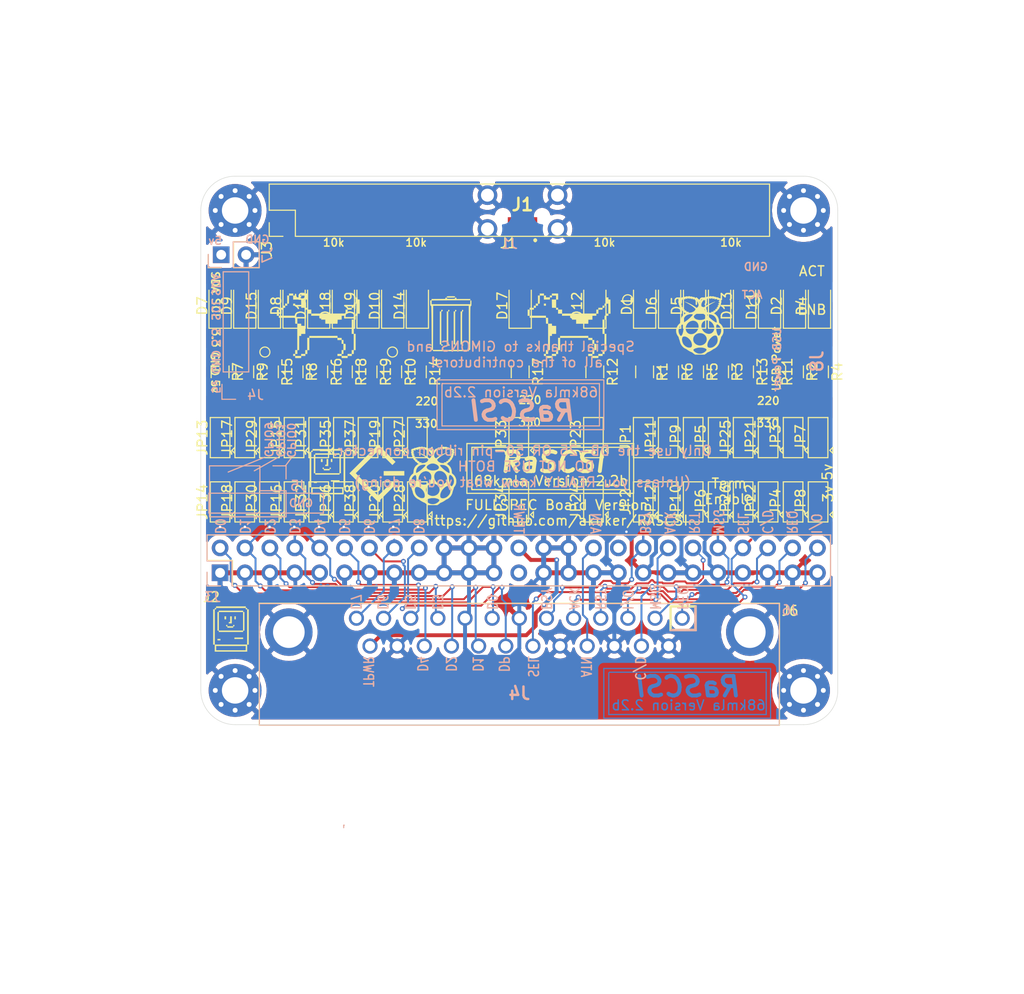
<source format=kicad_pcb>
(kicad_pcb (version 20171130) (host pcbnew "(5.1.4)-1")
  (layers (0 Top signal) (31 Bottom signal) (34 B.Paste user hide) (35 F.Paste user hide) (36 B.SilkS user hide) (37 F.SilkS user hide) (38 B.Mask user hide) (39 F.Mask user hide) (44 Edge.Cuts user))
  (net 0 "")
  (net 1 GND)
  (net 2 +5V)
  (net 3 C-REQ)
  (net 4 C-MSG)
  (net 5 C-BSY)
  (net 6 C-SEL)
  (net 7 C-RST)
  (net 8 C-ACK)
  (net 9 C-ATN)
  (net 10 C-DP)
  (net 11 C-D0)
  (net 12 C-D1)
  (net 13 C-D2)
  (net 14 C-D3)
  (net 15 C-D4)
  (net 16 C-D5)
  (net 17 C-D6)
  (net 18 C-D7)
  (net 19 C-I_O)
  (net 20 C-C_D)
  (net 21 TERMPOW)
  (net 22 "Net-(D2-Pad2)")
  (net 23 "Net-(D3-Pad2)")
  (net 24 "Net-(D4-Pad2)")
  (net 25 "Net-(D1-Pad2)")
  (net 26 "Net-(D5-Pad1)")
  (net 27 "Net-(D1-Pad1)")
  (net 28 "Net-(D2-Pad1)")
  (net 29 "Net-(D3-Pad1)")
  (net 30 "Net-(D4-Pad1)")
  (net 31 "Net-(D5-Pad2)")
  (net 32 "Net-(D6-Pad2)")
  (net 33 "Net-(D6-Pad1)")
  (net 34 "Net-(D7-Pad2)")
  (net 35 "Net-(D7-Pad1)")
  (net 36 "Net-(D8-Pad2)")
  (net 37 "Net-(D8-Pad1)")
  (net 38 "Net-(D9-Pad2)")
  (net 39 "Net-(D9-Pad1)")
  (net 40 "Net-(D10-Pad2)")
  (net 41 "Net-(D10-Pad1)")
  (net 42 "Net-(D11-Pad2)")
  (net 43 "Net-(D11-Pad1)")
  (net 44 "Net-(D12-Pad2)")
  (net 45 "Net-(D12-Pad1)")
  (net 46 "Net-(D13-Pad2)")
  (net 47 "Net-(D13-Pad1)")
  (net 48 "Net-(D14-Pad2)")
  (net 49 "Net-(D14-Pad1)")
  (net 50 "Net-(D15-Pad2)")
  (net 51 "Net-(D15-Pad1)")
  (net 52 "Net-(D16-Pad2)")
  (net 53 "Net-(D16-Pad1)")
  (net 54 "Net-(D17-Pad2)")
  (net 55 "Net-(D17-Pad1)")
  (net 56 "Net-(D18-Pad2)")
  (net 57 "Net-(D18-Pad1)")
  (net 58 "Net-(D19-Pad2)")
  (net 59 "Net-(D19-Pad1)")
  (net 60 "Net-(J1-Pad4)")
  (net 61 "Net-(J1-Pad3)")
  (net 62 "Net-(J1-Pad2)")
  (net 63 "Net-(J2-Pad34)")
  (net 64 "Net-(J2-Pad25)")
  (net 65 "Net-(JP2-Pad2)")
  (net 66 "Net-(JP4-Pad2)")
  (net 67 "Net-(JP6-Pad2)")
  (net 68 "Net-(JP8-Pad2)")
  (net 69 "Net-(JP10-Pad2)")
  (net 70 "Net-(JP12-Pad2)")
  (net 71 "Net-(JP14-Pad2)")
  (net 72 "Net-(JP16-Pad2)")
  (net 73 "Net-(JP18-Pad2)")
  (net 74 "Net-(JP20-Pad2)")
  (net 75 "Net-(JP22-Pad2)")
  (net 76 "Net-(JP24-Pad2)")
  (net 77 "Net-(JP26-Pad2)")
  (net 78 "Net-(JP28-Pad2)")
  (net 79 "Net-(JP30-Pad2)")
  (net 80 "Net-(JP32-Pad2)")
  (net 81 "Net-(JP34-Pad2)")
  (net 82 "Net-(JP36-Pad2)")
  (net 83 "Net-(JP38-Pad2)")
  (module SamacSys_Parts:L717SDB25PA4CH4F (layer Bottom) (at 223.6216 87.63 180)
    (fp_text reference J4 (at 16.62 -7.67) (layer B.SilkS) (effects (font (size 1.27 1.27) (thickness 0.254)) (justify mirror)))
    (fp_text value L717SDB25PA4CH4F hide)
    (pad MH2 thru_hole circle (at 40.14 -1.42 180) (size 4.845 4.845) (drill 3.23) (layers *.Cu *.Mask) (net 1 GND))
    (pad MH1 thru_hole circle (at -6.9 -1.42 180) (size 4.845 4.845) (drill 3.23) (layers *.Cu *.Mask) (net 1 GND))
    (pad 25 thru_hole circle (at 31.855 -2.84 180) (size 1.545 1.545) (drill 1.03) (layers *.Cu *.Mask) (net 21 TERMPOW))
    (pad 24 thru_hole circle (at 29.085 -2.84 180) (size 1.545 1.545) (drill 1.03) (layers *.Cu *.Mask) (net 1 GND))
    (pad 23 thru_hole circle (at 26.315 -2.84 180) (size 1.545 1.545) (drill 1.03) (layers *.Cu *.Mask) (net 15 C-D4))
    (pad 22 thru_hole circle (at 23.545 -2.84 180) (size 1.545 1.545) (drill 1.03) (layers *.Cu *.Mask) (net 13 C-D2))
    (pad 21 thru_hole circle (at 20.775 -2.84 180) (size 1.545 1.545) (drill 1.03) (layers *.Cu *.Mask) (net 12 C-D1))
    (pad 20 thru_hole circle (at 18.005 -2.84 180) (size 1.545 1.545) (drill 1.03) (layers *.Cu *.Mask) (net 10 C-DP))
    (pad 19 thru_hole circle (at 15.235 -2.84 180) (size 1.545 1.545) (drill 1.03) (layers *.Cu *.Mask) (net 6 C-SEL))
    (pad 18 thru_hole circle (at 12.465 -2.84 180) (size 1.545 1.545) (drill 1.03) (layers *.Cu *.Mask) (net 1 GND))
    (pad 17 thru_hole circle (at 9.695 -2.84 180) (size 1.545 1.545) (drill 1.03) (layers *.Cu *.Mask) (net 9 C-ATN))
    (pad 16 thru_hole circle (at 6.925 -2.84 180) (size 1.545 1.545) (drill 1.03) (layers *.Cu *.Mask) (net 1 GND))
    (pad 15 thru_hole circle (at 4.155 -2.84 180) (size 1.545 1.545) (drill 1.03) (layers *.Cu *.Mask) (net 20 C-C_D))
    (pad 14 thru_hole circle (at 1.385 -2.84 180) (size 1.545 1.545) (drill 1.03) (layers *.Cu *.Mask) (net 1 GND))
    (pad 13 thru_hole circle (at 33.24 0 180) (size 1.545 1.545) (drill 1.03) (layers *.Cu *.Mask) (net 18 C-D7))
    (pad 12 thru_hole circle (at 30.47 0 180) (size 1.545 1.545) (drill 1.03) (layers *.Cu *.Mask) (net 17 C-D6))
    (pad 11 thru_hole circle (at 27.7 0 180) (size 1.545 1.545) (drill 1.03) (layers *.Cu *.Mask) (net 16 C-D5))
    (pad 10 thru_hole circle (at 24.93 0 180) (size 1.545 1.545) (drill 1.03) (layers *.Cu *.Mask) (net 14 C-D3))
    (pad 9 thru_hole circle (at 22.16 0 180) (size 1.545 1.545) (drill 1.03) (layers *.Cu *.Mask) (net 1 GND))
    (pad 8 thru_hole circle (at 19.39 0 180) (size 1.545 1.545) (drill 1.03) (layers *.Cu *.Mask) (net 11 C-D0))
    (pad 7 thru_hole circle (at 16.62 0 180) (size 1.545 1.545) (drill 1.03) (layers *.Cu *.Mask) (net 1 GND))
    (pad 6 thru_hole circle (at 13.85 0 180) (size 1.545 1.545) (drill 1.03) (layers *.Cu *.Mask) (net 5 C-BSY))
    (pad 5 thru_hole circle (at 11.08 0 180) (size 1.545 1.545) (drill 1.03) (layers *.Cu *.Mask) (net 8 C-ACK))
    (pad 4 thru_hole circle (at 8.31 0 180) (size 1.545 1.545) (drill 1.03) (layers *.Cu *.Mask) (net 7 C-RST))
    (pad 3 thru_hole circle (at 5.54 0 180) (size 1.545 1.545) (drill 1.03) (layers *.Cu *.Mask) (net 19 C-I_O))
    (pad 2 thru_hole circle (at 2.77 0 180) (size 1.545 1.545) (drill 1.03) (layers *.Cu *.Mask) (net 4 C-MSG))
    (pad 1 thru_hole circle (at 0 0 180) (size 1.545 1.545) (drill 1.03) (layers *.Cu *.Mask) (net 3 C-REQ))
  )
  (module LED_SMD:LED_1206_3216Metric (layer Top) (at 191.563622 55.739 90)
    (fp_text reference D19 (at 0 -1.82 90) (layer F.SilkS))
    (fp_text value LED_Small)
    (pad 2 smd roundrect (at 1.4 0 90) (size 1.25 1.75) (layers Top F.Paste F.Mask) (roundrect_rratio 0.2) (net 58 "Net-(D19-Pad2)"))
    (pad 1 smd roundrect (at -1.4 0 90) (size 1.25 1.75) (layers Top F.Paste F.Mask) (roundrect_rratio 0.2) (net 59 "Net-(D19-Pad1)"))
  )
  (module LED_SMD:LED_1206_3216Metric (layer Top) (at 189.047435 55.739 90)
    (fp_text reference D18 (at 0 -1.82 90) (layer F.SilkS))
    (fp_text value LED_Small)
    (pad 2 smd roundrect (at 1.4 0 90) (size 1.25 1.75) (layers Top F.Paste F.Mask) (roundrect_rratio 0.2) (net 56 "Net-(D18-Pad2)"))
    (pad 1 smd roundrect (at -1.4 0 90) (size 1.25 1.75) (layers Top F.Paste F.Mask) (roundrect_rratio 0.2) (net 57 "Net-(D18-Pad1)"))
  )
  (module LED_SMD:LED_1206_3216Metric (layer Top) (at 207.089 55.739 90)
    (fp_text reference D17 (at 0 -1.82 90) (layer F.SilkS))
    (fp_text value LED_Small)
    (pad 2 smd roundrect (at 1.4 0 90) (size 1.25 1.75) (layers Top F.Paste F.Mask) (roundrect_rratio 0.2) (net 54 "Net-(D17-Pad2)"))
    (pad 1 smd roundrect (at -1.4 0 90) (size 1.25 1.75) (layers Top F.Paste F.Mask) (roundrect_rratio 0.2) (net 55 "Net-(D17-Pad1)"))
  )
  (module LED_SMD:LED_1206_3216Metric (layer Top) (at 186.531248 55.739 90)
    (fp_text reference D16 (at 0 -1.82 90) (layer F.SilkS))
    (fp_text value LED_Small)
    (pad 2 smd roundrect (at 1.4 0 90) (size 1.25 1.75) (layers Top F.Paste F.Mask) (roundrect_rratio 0.2) (net 52 "Net-(D16-Pad2)"))
    (pad 1 smd roundrect (at -1.4 0 90) (size 1.25 1.75) (layers Top F.Paste F.Mask) (roundrect_rratio 0.2) (net 53 "Net-(D16-Pad1)"))
  )
  (module LED_SMD:LED_1206_3216Metric (layer Top) (at 181.498874 55.739 90)
    (fp_text reference D15 (at 0 -1.82 90) (layer F.SilkS))
    (fp_text value LED_Small)
    (pad 2 smd roundrect (at 1.4 0 90) (size 1.25 1.75) (layers Top F.Paste F.Mask) (roundrect_rratio 0.2) (net 50 "Net-(D15-Pad2)"))
    (pad 1 smd roundrect (at -1.4 0 90) (size 1.25 1.75) (layers Top F.Paste F.Mask) (roundrect_rratio 0.2) (net 51 "Net-(D15-Pad1)"))
  )
  (module LED_SMD:LED_1206_3216Metric (layer Top) (at 196.595996 55.739 90)
    (fp_text reference D14 (at 0 -1.82 90) (layer F.SilkS))
    (fp_text value LED_Small)
    (pad 2 smd roundrect (at 1.4 0 90) (size 1.25 1.75) (layers Top F.Paste F.Mask) (roundrect_rratio 0.2) (net 48 "Net-(D14-Pad2)"))
    (pad 1 smd roundrect (at -1.4 0 90) (size 1.25 1.75) (layers Top F.Paste F.Mask) (roundrect_rratio 0.2) (net 49 "Net-(D14-Pad1)"))
  )
  (module LED_SMD:LED_1206_3216Metric (layer Top) (at 229.985284 55.739 90)
    (fp_text reference D13 (at 0 -1.82 90) (layer F.SilkS))
    (fp_text value LED_Small)
    (pad 2 smd roundrect (at 1.4 0 90) (size 1.25 1.75) (layers Top F.Paste F.Mask) (roundrect_rratio 0.2) (net 46 "Net-(D13-Pad2)"))
    (pad 1 smd roundrect (at -1.4 0 90) (size 1.25 1.75) (layers Top F.Paste F.Mask) (roundrect_rratio 0.2) (net 47 "Net-(D13-Pad1)"))
  )
  (module LED_SMD:LED_1206_3216Metric (layer Top) (at 214.709 55.739 90)
    (fp_text reference D12 (at 0 -1.82 90) (layer F.SilkS))
    (fp_text value LED_Small)
    (pad 2 smd roundrect (at 1.4 0 90) (size 1.25 1.75) (layers Top F.Paste F.Mask) (roundrect_rratio 0.2) (net 44 "Net-(D12-Pad2)"))
    (pad 1 smd roundrect (at -1.4 0 90) (size 1.25 1.75) (layers Top F.Paste F.Mask) (roundrect_rratio 0.2) (net 45 "Net-(D12-Pad1)"))
  )
  (module LED_SMD:LED_1206_3216Metric (layer Top) (at 232.534355 55.739 90)
    (fp_text reference D11 (at 0 -1.82 90) (layer F.SilkS))
    (fp_text value LED_Small)
    (pad 2 smd roundrect (at 1.4 0 90) (size 1.25 1.75) (layers Top F.Paste F.Mask) (roundrect_rratio 0.2) (net 42 "Net-(D11-Pad2)"))
    (pad 1 smd roundrect (at -1.4 0 90) (size 1.25 1.75) (layers Top F.Paste F.Mask) (roundrect_rratio 0.2) (net 43 "Net-(D11-Pad1)"))
  )
  (module LED_SMD:LED_1206_3216Metric (layer Top) (at 194.079809 55.739 90)
    (fp_text reference D10 (at 0 -1.82 90) (layer F.SilkS))
    (fp_text value LED_Small)
    (pad 2 smd roundrect (at 1.4 0 90) (size 1.25 1.75) (layers Top F.Paste F.Mask) (roundrect_rratio 0.2) (net 40 "Net-(D10-Pad2)"))
    (pad 1 smd roundrect (at -1.4 0 90) (size 1.25 1.75) (layers Top F.Paste F.Mask) (roundrect_rratio 0.2) (net 41 "Net-(D10-Pad1)"))
  )
  (module LED_SMD:LED_1206_3216Metric (layer Top) (at 178.982687 55.739 90)
    (fp_text reference D9 (at 0 -1.82 90) (layer F.SilkS))
    (fp_text value LED_Small)
    (pad 2 smd roundrect (at 1.4 0 90) (size 1.25 1.75) (layers Top F.Paste F.Mask) (roundrect_rratio 0.2) (net 38 "Net-(D9-Pad2)"))
    (pad 1 smd roundrect (at -1.4 0 90) (size 1.25 1.75) (layers Top F.Paste F.Mask) (roundrect_rratio 0.2) (net 39 "Net-(D9-Pad1)"))
  )
  (module LED_SMD:LED_1206_3216Metric (layer Top) (at 184.015061 55.739 90)
    (fp_text reference D8 (at 0 -1.82 90) (layer F.SilkS))
    (fp_text value LED_Small)
    (pad 2 smd roundrect (at 1.4 0 90) (size 1.25 1.75) (layers Top F.Paste F.Mask) (roundrect_rratio 0.2) (net 36 "Net-(D8-Pad2)"))
    (pad 1 smd roundrect (at -1.4 0 90) (size 1.25 1.75) (layers Top F.Paste F.Mask) (roundrect_rratio 0.2) (net 37 "Net-(D8-Pad1)"))
  )
  (module LED_SMD:LED_1206_3216Metric (layer Top) (at 176.4665 55.739 90)
    (fp_text reference D7 (at 0 -1.82 90) (layer F.SilkS))
    (fp_text value LED_Small)
    (pad 2 smd roundrect (at 1.4 0 90) (size 1.25 1.75) (layers Top F.Paste F.Mask) (roundrect_rratio 0.2) (net 34 "Net-(D7-Pad2)"))
    (pad 1 smd roundrect (at -1.4 0 90) (size 1.25 1.75) (layers Top F.Paste F.Mask) (roundrect_rratio 0.2) (net 35 "Net-(D7-Pad1)"))
  )
  (module LED_SMD:LED_1206_3216Metric (layer Top) (at 222.338071 55.739 90)
    (fp_text reference D6 (at 0 -1.82 90) (layer F.SilkS))
    (fp_text value LED_Small)
    (pad 2 smd roundrect (at 1.4 0 90) (size 1.25 1.75) (layers Top F.Paste F.Mask) (roundrect_rratio 0.2) (net 32 "Net-(D6-Pad2)"))
    (pad 1 smd roundrect (at -1.4 0 90) (size 1.25 1.75) (layers Top F.Paste F.Mask) (roundrect_rratio 0.2) (net 33 "Net-(D6-Pad1)"))
  )
  (module LED_SMD:LED_1206_3216Metric (layer Top) (at 224.887142 55.739 90)
    (fp_text reference D5 (at 0 -1.82 90) (layer F.SilkS))
    (fp_text value LED_Small)
    (pad 2 smd roundrect (at 1.4 0 90) (size 1.25 1.75) (layers Top F.Paste F.Mask) (roundrect_rratio 0.2) (net 31 "Net-(D5-Pad2)"))
    (pad 1 smd roundrect (at -1.4 0 90) (size 1.25 1.75) (layers Top F.Paste F.Mask) (roundrect_rratio 0.2) (net 26 "Net-(D5-Pad1)"))
  )
  (module LED_SMD:LED_1206_3216Metric (layer Top) (at 237.6325 55.739 90)
    (fp_text reference D4 (at 0 -1.82 90) (layer F.SilkS))
    (fp_text value LED_Small)
    (pad 2 smd roundrect (at 1.4 0 90) (size 1.25 1.75) (layers Top F.Paste F.Mask) (roundrect_rratio 0.2) (net 24 "Net-(D4-Pad2)"))
    (pad 1 smd roundrect (at -1.4 0 90) (size 1.25 1.75) (layers Top F.Paste F.Mask) (roundrect_rratio 0.2) (net 30 "Net-(D4-Pad1)"))
  )
  (module LED_SMD:LED_1206_3216Metric (layer Top) (at 227.436213 55.739 90)
    (fp_text reference D3 (at 0 -1.82 90) (layer F.SilkS))
    (fp_text value LED_Small)
    (pad 2 smd roundrect (at 1.4 0 90) (size 1.25 1.75) (layers Top F.Paste F.Mask) (roundrect_rratio 0.2) (net 23 "Net-(D3-Pad2)"))
    (pad 1 smd roundrect (at -1.4 0 90) (size 1.25 1.75) (layers Top F.Paste F.Mask) (roundrect_rratio 0.2) (net 29 "Net-(D3-Pad1)"))
  )
  (module LED_SMD:LED_1206_3216Metric (layer Top) (at 235.083426 55.739 90)
    (fp_text reference D2 (at 0 -1.82 90) (layer F.SilkS))
    (fp_text value LED_Small)
    (pad 2 smd roundrect (at 1.4 0 90) (size 1.25 1.75) (layers Top F.Paste F.Mask) (roundrect_rratio 0.2) (net 22 "Net-(D2-Pad2)"))
    (pad 1 smd roundrect (at -1.4 0 90) (size 1.25 1.75) (layers Top F.Paste F.Mask) (roundrect_rratio 0.2) (net 28 "Net-(D2-Pad1)"))
  )
  (module LED_SMD:LED_1206_3216Metric (layer Top) (at 219.789 55.739 90)
    (fp_text reference D1 (at 0 -1.82 90) (layer F.SilkS))
    (fp_text value LED_Small)
    (pad 2 smd roundrect (at 1.4 0 90) (size 1.25 1.75) (layers Top F.Paste F.Mask) (roundrect_rratio 0.2) (net 25 "Net-(D1-Pad2)"))
    (pad 1 smd roundrect (at -1.4 0 90) (size 1.25 1.75) (layers Top F.Paste F.Mask) (roundrect_rratio 0.2) (net 27 "Net-(D1-Pad1)"))
  )
  (module SamacSys_Parts:U254051N4BH806 (layer Top) (at 207.3275 45.4025 180)
    (fp_text reference J1 (at 0 0) (layer F.SilkS) (effects (font (size 1.27 1.27) (thickness 0.254))))
    (fp_text value USB_B_Micro hide)
    (pad MH6 np_thru_hole circle (at 2 -1.165 180) (size 0.65 0) (drill 0.65) (layers *.Cu *.Mask))
    (pad MH5 np_thru_hole circle (at -2 -1.165 180) (size 0.65 0) (drill 0.65) (layers *.Cu *.Mask))
    (pad MH4 thru_hole circle (at -3.575 -2.485 180) (size 2 2) (drill 1.3285) (layers *.Cu *.Mask) (net 1 GND))
    (pad MH3 thru_hole circle (at 3.575 -2.485 180) (size 2 2) (drill 1.3285) (layers *.Cu *.Mask) (net 1 GND))
    (pad MH2 thru_hole circle (at 3.575 0.965 180) (size 2 2) (drill 1.3285) (layers *.Cu *.Mask) (net 1 GND))
    (pad MH1 thru_hole circle (at -3.575 0.965 180) (size 2 2) (drill 1.3285) (layers *.Cu *.Mask) (net 1 GND))
    (pad 5 smd rect (at 1.3 -1.985 180) (size 0.4 1.4) (layers Top F.Paste F.Mask) (net 1 GND))
    (pad 4 smd rect (at 0.65 -1.985 180) (size 0.4 1.4) (layers Top F.Paste F.Mask) (net 60 "Net-(J1-Pad4)"))
    (pad 3 smd rect (at 0 -1.985 180) (size 0.4 1.4) (layers Top F.Paste F.Mask) (net 61 "Net-(J1-Pad3)"))
    (pad 2 smd rect (at -0.65 -1.985 180) (size 0.4 1.4) (layers Top F.Paste F.Mask) (net 62 "Net-(J1-Pad2)"))
    (pad 1 smd rect (at -1.3 -1.985 180) (size 0.4 1.4) (layers Top F.Paste F.Mask) (net 2 +5V))
  )
  (module Resistor_SMD:R_1206_3216Metric_Pad1.42x1.75mm_HandSolder (layer Top) (at 191.563622 62.4745 270)
    (fp_text reference R19 (at 0 -1.82 90) (layer F.SilkS))
    (fp_text value 220)
    (pad 2 smd roundrect (at 1.4875 0 270) (size 1.425 1.75) (layers Top F.Paste F.Mask) (roundrect_rratio 0.175439) (net 83 "Net-(JP38-Pad2)"))
    (pad 1 smd roundrect (at -1.4875 0 270) (size 1.425 1.75) (layers Top F.Paste F.Mask) (roundrect_rratio 0.175439) (net 59 "Net-(D19-Pad1)"))
  )
  (module Resistor_SMD:R_1206_3216Metric_Pad1.42x1.75mm_HandSolder (layer Top) (at 189.047435 62.4745 270)
    (fp_text reference R18 (at 0 -1.82 90) (layer F.SilkS))
    (fp_text value 220)
    (pad 2 smd roundrect (at 1.4875 0 270) (size 1.425 1.75) (layers Top F.Paste F.Mask) (roundrect_rratio 0.175439) (net 82 "Net-(JP36-Pad2)"))
    (pad 1 smd roundrect (at -1.4875 0 270) (size 1.425 1.75) (layers Top F.Paste F.Mask) (roundrect_rratio 0.175439) (net 57 "Net-(D18-Pad1)"))
  )
  (module Resistor_SMD:R_1206_3216Metric_Pad1.42x1.75mm_HandSolder (layer Top) (at 207.089 62.4745 270)
    (fp_text reference R17 (at 0 -1.82 90) (layer F.SilkS))
    (fp_text value 220)
    (pad 2 smd roundrect (at 1.4875 0 270) (size 1.425 1.75) (layers Top F.Paste F.Mask) (roundrect_rratio 0.175439) (net 81 "Net-(JP34-Pad2)"))
    (pad 1 smd roundrect (at -1.4875 0 270) (size 1.425 1.75) (layers Top F.Paste F.Mask) (roundrect_rratio 0.175439) (net 55 "Net-(D17-Pad1)"))
  )
  (module Resistor_SMD:R_1206_3216Metric_Pad1.42x1.75mm_HandSolder (layer Top) (at 186.531248 62.4745 270)
    (fp_text reference R16 (at 0 -1.82 90) (layer F.SilkS))
    (fp_text value 220)
    (pad 2 smd roundrect (at 1.4875 0 270) (size 1.425 1.75) (layers Top F.Paste F.Mask) (roundrect_rratio 0.175439) (net 80 "Net-(JP32-Pad2)"))
    (pad 1 smd roundrect (at -1.4875 0 270) (size 1.425 1.75) (layers Top F.Paste F.Mask) (roundrect_rratio 0.175439) (net 53 "Net-(D16-Pad1)"))
  )
  (module Resistor_SMD:R_1206_3216Metric_Pad1.42x1.75mm_HandSolder (layer Top) (at 181.498874 62.4745 270)
    (fp_text reference R15 (at 0 -1.82 90) (layer F.SilkS))
    (fp_text value 220)
    (pad 2 smd roundrect (at 1.4875 0 270) (size 1.425 1.75) (layers Top F.Paste F.Mask) (roundrect_rratio 0.175439) (net 79 "Net-(JP30-Pad2)"))
    (pad 1 smd roundrect (at -1.4875 0 270) (size 1.425 1.75) (layers Top F.Paste F.Mask) (roundrect_rratio 0.175439) (net 51 "Net-(D15-Pad1)"))
  )
  (module Resistor_SMD:R_1206_3216Metric_Pad1.42x1.75mm_HandSolder (layer Top) (at 196.595996 62.4745 270)
    (fp_text reference R14 (at 0 -1.82 90) (layer F.SilkS))
    (fp_text value 220)
    (pad 2 smd roundrect (at 1.4875 0 270) (size 1.425 1.75) (layers Top F.Paste F.Mask) (roundrect_rratio 0.175439) (net 78 "Net-(JP28-Pad2)"))
    (pad 1 smd roundrect (at -1.4875 0 270) (size 1.425 1.75) (layers Top F.Paste F.Mask) (roundrect_rratio 0.175439) (net 49 "Net-(D14-Pad1)"))
  )
  (module Resistor_SMD:R_1206_3216Metric_Pad1.42x1.75mm_HandSolder (layer Top) (at 229.985284 62.4745 270)
    (fp_text reference R13 (at 0 -1.82 90) (layer F.SilkS))
    (fp_text value 220)
    (pad 2 smd roundrect (at 1.4875 0 270) (size 1.425 1.75) (layers Top F.Paste F.Mask) (roundrect_rratio 0.175439) (net 77 "Net-(JP26-Pad2)"))
    (pad 1 smd roundrect (at -1.4875 0 270) (size 1.425 1.75) (layers Top F.Paste F.Mask) (roundrect_rratio 0.175439) (net 47 "Net-(D13-Pad1)"))
  )
  (module Resistor_SMD:R_1206_3216Metric_Pad1.42x1.75mm_HandSolder (layer Top) (at 214.709 62.4745 270)
    (fp_text reference R12 (at 0 -1.82 90) (layer F.SilkS))
    (fp_text value 220)
    (pad 2 smd roundrect (at 1.4875 0 270) (size 1.425 1.75) (layers Top F.Paste F.Mask) (roundrect_rratio 0.175439) (net 76 "Net-(JP24-Pad2)"))
    (pad 1 smd roundrect (at -1.4875 0 270) (size 1.425 1.75) (layers Top F.Paste F.Mask) (roundrect_rratio 0.175439) (net 45 "Net-(D12-Pad1)"))
  )
  (module Resistor_SMD:R_1206_3216Metric_Pad1.42x1.75mm_HandSolder (layer Top) (at 232.534355 62.4745 270)
    (fp_text reference R11 (at 0 -1.82 90) (layer F.SilkS))
    (fp_text value 220)
    (pad 2 smd roundrect (at 1.4875 0 270) (size 1.425 1.75) (layers Top F.Paste F.Mask) (roundrect_rratio 0.175439) (net 75 "Net-(JP22-Pad2)"))
    (pad 1 smd roundrect (at -1.4875 0 270) (size 1.425 1.75) (layers Top F.Paste F.Mask) (roundrect_rratio 0.175439) (net 43 "Net-(D11-Pad1)"))
  )
  (module Resistor_SMD:R_1206_3216Metric_Pad1.42x1.75mm_HandSolder (layer Top) (at 194.079809 62.4745 270)
    (fp_text reference R10 (at 0 -1.82 90) (layer F.SilkS))
    (fp_text value 220)
    (pad 2 smd roundrect (at 1.4875 0 270) (size 1.425 1.75) (layers Top F.Paste F.Mask) (roundrect_rratio 0.175439) (net 74 "Net-(JP20-Pad2)"))
    (pad 1 smd roundrect (at -1.4875 0 270) (size 1.425 1.75) (layers Top F.Paste F.Mask) (roundrect_rratio 0.175439) (net 41 "Net-(D10-Pad1)"))
  )
  (module Resistor_SMD:R_1206_3216Metric_Pad1.42x1.75mm_HandSolder (layer Top) (at 178.982687 62.4745 270)
    (fp_text reference R9 (at 0 -1.82 90) (layer F.SilkS))
    (fp_text value 220)
    (pad 2 smd roundrect (at 1.4875 0 270) (size 1.425 1.75) (layers Top F.Paste F.Mask) (roundrect_rratio 0.175439) (net 73 "Net-(JP18-Pad2)"))
    (pad 1 smd roundrect (at -1.4875 0 270) (size 1.425 1.75) (layers Top F.Paste F.Mask) (roundrect_rratio 0.175439) (net 39 "Net-(D9-Pad1)"))
  )
  (module Resistor_SMD:R_1206_3216Metric_Pad1.42x1.75mm_HandSolder (layer Top) (at 184.015061 62.4745 270)
    (fp_text reference R8 (at 0 -1.82 90) (layer F.SilkS))
    (fp_text value 220)
    (pad 2 smd roundrect (at 1.4875 0 270) (size 1.425 1.75) (layers Top F.Paste F.Mask) (roundrect_rratio 0.175439) (net 72 "Net-(JP16-Pad2)"))
    (pad 1 smd roundrect (at -1.4875 0 270) (size 1.425 1.75) (layers Top F.Paste F.Mask) (roundrect_rratio 0.175439) (net 37 "Net-(D8-Pad1)"))
  )
  (module Resistor_SMD:R_1206_3216Metric_Pad1.42x1.75mm_HandSolder (layer Top) (at 176.4665 62.4745 270)
    (fp_text reference R7 (at 0 -1.82 90) (layer F.SilkS))
    (fp_text value 220)
    (pad 2 smd roundrect (at 1.4875 0 270) (size 1.425 1.75) (layers Top F.Paste F.Mask) (roundrect_rratio 0.175439) (net 71 "Net-(JP14-Pad2)"))
    (pad 1 smd roundrect (at -1.4875 0 270) (size 1.425 1.75) (layers Top F.Paste F.Mask) (roundrect_rratio 0.175439) (net 35 "Net-(D7-Pad1)"))
  )
  (module Resistor_SMD:R_1206_3216Metric_Pad1.42x1.75mm_HandSolder (layer Top) (at 222.338071 62.4745 270)
    (fp_text reference R6 (at 0 -1.82 90) (layer F.SilkS))
    (fp_text value 220)
    (pad 2 smd roundrect (at 1.4875 0 270) (size 1.425 1.75) (layers Top F.Paste F.Mask) (roundrect_rratio 0.175439) (net 70 "Net-(JP12-Pad2)"))
    (pad 1 smd roundrect (at -1.4875 0 270) (size 1.425 1.75) (layers Top F.Paste F.Mask) (roundrect_rratio 0.175439) (net 33 "Net-(D6-Pad1)"))
  )
  (module Resistor_SMD:R_1206_3216Metric_Pad1.42x1.75mm_HandSolder (layer Top) (at 224.887142 62.4745 270)
    (fp_text reference R5 (at 0 -1.82 90) (layer F.SilkS))
    (fp_text value 220)
    (pad 2 smd roundrect (at 1.4875 0 270) (size 1.425 1.75) (layers Top F.Paste F.Mask) (roundrect_rratio 0.175439) (net 69 "Net-(JP10-Pad2)"))
    (pad 1 smd roundrect (at -1.4875 0 270) (size 1.425 1.75) (layers Top F.Paste F.Mask) (roundrect_rratio 0.175439) (net 26 "Net-(D5-Pad1)"))
  )
  (module Resistor_SMD:R_1206_3216Metric_Pad1.42x1.75mm_HandSolder (layer Top) (at 237.6325 62.4745 270)
    (fp_text reference R4 (at 0 -1.82 90) (layer F.SilkS))
    (fp_text value 220)
    (pad 2 smd roundrect (at 1.4875 0 270) (size 1.425 1.75) (layers Top F.Paste F.Mask) (roundrect_rratio 0.175439) (net 68 "Net-(JP8-Pad2)"))
    (pad 1 smd roundrect (at -1.4875 0 270) (size 1.425 1.75) (layers Top F.Paste F.Mask) (roundrect_rratio 0.175439) (net 30 "Net-(D4-Pad1)"))
  )
  (module Resistor_SMD:R_1206_3216Metric_Pad1.42x1.75mm_HandSolder (layer Top) (at 227.436213 62.4745 270)
    (fp_text reference R3 (at 0 -1.82 90) (layer F.SilkS))
    (fp_text value 220)
    (pad 2 smd roundrect (at 1.4875 0 270) (size 1.425 1.75) (layers Top F.Paste F.Mask) (roundrect_rratio 0.175439) (net 67 "Net-(JP6-Pad2)"))
    (pad 1 smd roundrect (at -1.4875 0 270) (size 1.425 1.75) (layers Top F.Paste F.Mask) (roundrect_rratio 0.175439) (net 29 "Net-(D3-Pad1)"))
  )
  (module Resistor_SMD:R_1206_3216Metric_Pad1.42x1.75mm_HandSolder (layer Top) (at 235.083426 62.4745 270)
    (fp_text reference R2 (at 0 -1.82 90) (layer F.SilkS))
    (fp_text value 220)
    (pad 2 smd roundrect (at 1.4875 0 270) (size 1.425 1.75) (layers Top F.Paste F.Mask) (roundrect_rratio 0.175439) (net 66 "Net-(JP4-Pad2)"))
    (pad 1 smd roundrect (at -1.4875 0 270) (size 1.425 1.75) (layers Top F.Paste F.Mask) (roundrect_rratio 0.175439) (net 28 "Net-(D2-Pad1)"))
  )
  (module Resistor_SMD:R_1206_3216Metric_Pad1.42x1.75mm_HandSolder (layer Top) (at 219.789 62.4745 270)
    (fp_text reference R1 (at 0 -1.82 90) (layer F.SilkS))
    (fp_text value 220)
    (pad 2 smd roundrect (at 1.4875 0 270) (size 1.425 1.75) (layers Top F.Paste F.Mask) (roundrect_rratio 0.175439) (net 65 "Net-(JP2-Pad2)"))
    (pad 1 smd roundrect (at -1.4875 0 270) (size 1.425 1.75) (layers Top F.Paste F.Mask) (roundrect_rratio 0.175439) (net 27 "Net-(D1-Pad1)"))
  )
  (module Jumper:SolderJumper-3_P1.3mm_Bridged12_Pad1.0x1.5mm (layer Top) (at 191.563622 75.7555 90)
    (fp_text reference JP38 (at 0 -1.8 90) (layer F.SilkS))
    (fp_text value SolderJumper_3_Bridged12)
    (fp_poly (pts (xy -0.9 -0.3) (xy -0.4 -0.3) (xy -0.4 0.3) (xy -0.9 0.3)) (layer Top) (width 0))
    (pad 2 smd rect (at 0 0 90) (size 1 1.5) (layers Top F.Mask) (net 83 "Net-(JP38-Pad2)"))
    (pad 3 smd rect (at 1.3 0 90) (size 1 1.5) (layers Top F.Mask) (net 17 C-D6))
    (pad 1 smd rect (at -1.3 0 90) (size 1 1.5) (layers Top F.Mask) (net 1 GND))
  )
  (module Jumper:SolderJumper-3_P1.3mm_Bridged12_Pad1.0x1.5mm (layer Top) (at 191.563622 69.19 90)
    (fp_text reference JP37 (at 0 -1.8 90) (layer F.SilkS))
    (fp_text value SolderJumper_3_Bridged12)
    (fp_poly (pts (xy -0.9 -0.3) (xy -0.4 -0.3) (xy -0.4 0.3) (xy -0.9 0.3)) (layer Top) (width 0))
    (pad 2 smd rect (at 0 0 90) (size 1 1.5) (layers Top F.Mask) (net 58 "Net-(D19-Pad2)"))
    (pad 3 smd rect (at 1.3 0 90) (size 1 1.5) (layers Top F.Mask) (net 2 +5V))
    (pad 1 smd rect (at -1.3 0 90) (size 1 1.5) (layers Top F.Mask) (net 17 C-D6))
  )
  (module Jumper:SolderJumper-3_P1.3mm_Bridged12_Pad1.0x1.5mm (layer Top) (at 189.047435 75.7555 90)
    (fp_text reference JP36 (at 0 -1.8 90) (layer F.SilkS))
    (fp_text value SolderJumper_3_Bridged12)
    (fp_poly (pts (xy -0.9 -0.3) (xy -0.4 -0.3) (xy -0.4 0.3) (xy -0.9 0.3)) (layer Top) (width 0))
    (pad 2 smd rect (at 0 0 90) (size 1 1.5) (layers Top F.Mask) (net 82 "Net-(JP36-Pad2)"))
    (pad 3 smd rect (at 1.3 0 90) (size 1 1.5) (layers Top F.Mask) (net 16 C-D5))
    (pad 1 smd rect (at -1.3 0 90) (size 1 1.5) (layers Top F.Mask) (net 1 GND))
  )
  (module Jumper:SolderJumper-3_P1.3mm_Bridged12_Pad1.0x1.5mm (layer Top) (at 189.047435 69.19 90)
    (fp_text reference JP35 (at 0 -1.8 90) (layer F.SilkS))
    (fp_text value SolderJumper_3_Bridged12)
    (fp_poly (pts (xy -0.9 -0.3) (xy -0.4 -0.3) (xy -0.4 0.3) (xy -0.9 0.3)) (layer Top) (width 0))
    (pad 2 smd rect (at 0 0 90) (size 1 1.5) (layers Top F.Mask) (net 56 "Net-(D18-Pad2)"))
    (pad 3 smd rect (at 1.3 0 90) (size 1 1.5) (layers Top F.Mask) (net 2 +5V))
    (pad 1 smd rect (at -1.3 0 90) (size 1 1.5) (layers Top F.Mask) (net 16 C-D5))
  )
  (module Jumper:SolderJumper-3_P1.3mm_Bridged12_Pad1.0x1.5mm (layer Top) (at 206.9465 75.7555 90)
    (fp_text reference JP34 (at 0 -1.8 90) (layer F.SilkS))
    (fp_text value SolderJumper_3_Bridged12)
    (fp_poly (pts (xy -0.9 -0.3) (xy -0.4 -0.3) (xy -0.4 0.3) (xy -0.9 0.3)) (layer Top) (width 0))
    (pad 2 smd rect (at 0 0 90) (size 1 1.5) (layers Top F.Mask) (net 81 "Net-(JP34-Pad2)"))
    (pad 3 smd rect (at 1.3 0 90) (size 1 1.5) (layers Top F.Mask) (net 21 TERMPOW))
    (pad 1 smd rect (at -1.3 0 90) (size 1 1.5) (layers Top F.Mask) (net 1 GND))
  )
  (module Jumper:SolderJumper-3_P1.3mm_Bridged12_Pad1.0x1.5mm (layer Top) (at 206.9465 69.19 90)
    (fp_text reference JP33 (at 0 -1.8 90) (layer F.SilkS))
    (fp_text value SolderJumper_3_Bridged12)
    (fp_poly (pts (xy -0.9 -0.3) (xy -0.4 -0.3) (xy -0.4 0.3) (xy -0.9 0.3)) (layer Top) (width 0))
    (pad 2 smd rect (at 0 0 90) (size 1 1.5) (layers Top F.Mask) (net 54 "Net-(D17-Pad2)"))
    (pad 3 smd rect (at 1.3 0 90) (size 1 1.5) (layers Top F.Mask) (net 2 +5V))
    (pad 1 smd rect (at -1.3 0 90) (size 1 1.5) (layers Top F.Mask) (net 21 TERMPOW))
  )
  (module Jumper:SolderJumper-3_P1.3mm_Bridged12_Pad1.0x1.5mm (layer Top) (at 186.531248 75.7555 90)
    (fp_text reference JP32 (at 0 -1.8 90) (layer F.SilkS))
    (fp_text value SolderJumper_3_Bridged12)
    (fp_poly (pts (xy -0.9 -0.3) (xy -0.4 -0.3) (xy -0.4 0.3) (xy -0.9 0.3)) (layer Top) (width 0))
    (pad 2 smd rect (at 0 0 90) (size 1 1.5) (layers Top F.Mask) (net 80 "Net-(JP32-Pad2)"))
    (pad 3 smd rect (at 1.3 0 90) (size 1 1.5) (layers Top F.Mask) (net 15 C-D4))
    (pad 1 smd rect (at -1.3 0 90) (size 1 1.5) (layers Top F.Mask) (net 1 GND))
  )
  (module Jumper:SolderJumper-3_P1.3mm_Bridged12_Pad1.0x1.5mm (layer Top) (at 186.531248 69.19 90)
    (fp_text reference JP31 (at 0 -1.8 90) (layer F.SilkS))
    (fp_text value SolderJumper_3_Bridged12)
    (fp_poly (pts (xy -0.9 -0.3) (xy -0.4 -0.3) (xy -0.4 0.3) (xy -0.9 0.3)) (layer Top) (width 0))
    (pad 2 smd rect (at 0 0 90) (size 1 1.5) (layers Top F.Mask) (net 52 "Net-(D16-Pad2)"))
    (pad 3 smd rect (at 1.3 0 90) (size 1 1.5) (layers Top F.Mask) (net 2 +5V))
    (pad 1 smd rect (at -1.3 0 90) (size 1 1.5) (layers Top F.Mask) (net 15 C-D4))
  )
  (module Jumper:SolderJumper-3_P1.3mm_Bridged12_Pad1.0x1.5mm (layer Top) (at 181.498874 75.7555 90)
    (fp_text reference JP30 (at 0 -1.8 90) (layer F.SilkS))
    (fp_text value SolderJumper_3_Bridged12)
    (fp_poly (pts (xy -0.9 -0.3) (xy -0.4 -0.3) (xy -0.4 0.3) (xy -0.9 0.3)) (layer Top) (width 0))
    (pad 2 smd rect (at 0 0 90) (size 1 1.5) (layers Top F.Mask) (net 79 "Net-(JP30-Pad2)"))
    (pad 3 smd rect (at 1.3 0 90) (size 1 1.5) (layers Top F.Mask) (net 13 C-D2))
    (pad 1 smd rect (at -1.3 0 90) (size 1 1.5) (layers Top F.Mask) (net 1 GND))
  )
  (module Jumper:SolderJumper-3_P1.3mm_Bridged12_Pad1.0x1.5mm (layer Top) (at 181.498874 69.19 90)
    (fp_text reference JP29 (at 0 -1.8 90) (layer F.SilkS))
    (fp_text value SolderJumper_3_Bridged12)
    (fp_poly (pts (xy -0.9 -0.3) (xy -0.4 -0.3) (xy -0.4 0.3) (xy -0.9 0.3)) (layer Top) (width 0))
    (pad 2 smd rect (at 0 0 90) (size 1 1.5) (layers Top F.Mask) (net 50 "Net-(D15-Pad2)"))
    (pad 3 smd rect (at 1.3 0 90) (size 1 1.5) (layers Top F.Mask) (net 2 +5V))
    (pad 1 smd rect (at -1.3 0 90) (size 1 1.5) (layers Top F.Mask) (net 13 C-D2))
  )
  (module Jumper:SolderJumper-3_P1.3mm_Bridged12_Pad1.0x1.5mm (layer Top) (at 196.595996 75.7555 90)
    (fp_text reference JP28 (at 0 -1.8 90) (layer F.SilkS))
    (fp_text value SolderJumper_3_Bridged12)
    (fp_poly (pts (xy -0.9 -0.3) (xy -0.4 -0.3) (xy -0.4 0.3) (xy -0.9 0.3)) (layer Top) (width 0))
    (pad 2 smd rect (at 0 0 90) (size 1 1.5) (layers Top F.Mask) (net 78 "Net-(JP28-Pad2)"))
    (pad 3 smd rect (at 1.3 0 90) (size 1 1.5) (layers Top F.Mask) (net 10 C-DP))
    (pad 1 smd rect (at -1.3 0 90) (size 1 1.5) (layers Top F.Mask) (net 1 GND))
  )
  (module Jumper:SolderJumper-3_P1.3mm_Bridged12_Pad1.0x1.5mm (layer Top) (at 196.595996 69.19 90)
    (fp_text reference JP27 (at 0 -1.8 90) (layer F.SilkS))
    (fp_text value SolderJumper_3_Bridged12)
    (fp_poly (pts (xy -0.9 -0.3) (xy -0.4 -0.3) (xy -0.4 0.3) (xy -0.9 0.3)) (layer Top) (width 0))
    (pad 2 smd rect (at 0 0 90) (size 1 1.5) (layers Top F.Mask) (net 48 "Net-(D14-Pad2)"))
    (pad 3 smd rect (at 1.3 0 90) (size 1 1.5) (layers Top F.Mask) (net 2 +5V))
    (pad 1 smd rect (at -1.3 0 90) (size 1 1.5) (layers Top F.Mask) (net 10 C-DP))
  )
  (module Jumper:SolderJumper-3_P1.3mm_Bridged12_Pad1.0x1.5mm (layer Top) (at 229.842784 75.7555 90)
    (fp_text reference JP26 (at 0 -1.8 90) (layer F.SilkS))
    (fp_text value SolderJumper_3_Bridged12)
    (fp_poly (pts (xy -0.9 -0.3) (xy -0.4 -0.3) (xy -0.4 0.3) (xy -0.9 0.3)) (layer Top) (width 0))
    (pad 2 smd rect (at 0 0 90) (size 1 1.5) (layers Top F.Mask) (net 77 "Net-(JP26-Pad2)"))
    (pad 3 smd rect (at 1.3 0 90) (size 1 1.5) (layers Top F.Mask) (net 6 C-SEL))
    (pad 1 smd rect (at -1.3 0 90) (size 1 1.5) (layers Top F.Mask) (net 1 GND))
  )
  (module Jumper:SolderJumper-3_P1.3mm_Bridged12_Pad1.0x1.5mm (layer Top) (at 229.842784 69.19 90)
    (fp_text reference JP25 (at 0 -1.8 90) (layer F.SilkS))
    (fp_text value SolderJumper_3_Bridged12)
    (fp_poly (pts (xy -0.9 -0.3) (xy -0.4 -0.3) (xy -0.4 0.3) (xy -0.9 0.3)) (layer Top) (width 0))
    (pad 2 smd rect (at 0 0 90) (size 1 1.5) (layers Top F.Mask) (net 46 "Net-(D13-Pad2)"))
    (pad 3 smd rect (at 1.3 0 90) (size 1 1.5) (layers Top F.Mask) (net 2 +5V))
    (pad 1 smd rect (at -1.3 0 90) (size 1 1.5) (layers Top F.Mask) (net 6 C-SEL))
  )
  (module Jumper:SolderJumper-3_P1.3mm_Bridged12_Pad1.0x1.5mm (layer Top) (at 214.5665 75.7555 90)
    (fp_text reference JP24 (at 0 -1.8 90) (layer F.SilkS))
    (fp_text value SolderJumper_3_Bridged12)
    (fp_poly (pts (xy -0.9 -0.3) (xy -0.4 -0.3) (xy -0.4 0.3) (xy -0.9 0.3)) (layer Top) (width 0))
    (pad 2 smd rect (at 0 0 90) (size 1 1.5) (layers Top F.Mask) (net 76 "Net-(JP24-Pad2)"))
    (pad 3 smd rect (at 1.3 0 90) (size 1 1.5) (layers Top F.Mask) (net 9 C-ATN))
    (pad 1 smd rect (at -1.3 0 90) (size 1 1.5) (layers Top F.Mask) (net 1 GND))
  )
  (module Jumper:SolderJumper-3_P1.3mm_Bridged12_Pad1.0x1.5mm (layer Top) (at 214.5665 69.19 90)
    (fp_text reference JP23 (at 0 -1.8 90) (layer F.SilkS))
    (fp_text value SolderJumper_3_Bridged12)
    (fp_poly (pts (xy -0.9 -0.3) (xy -0.4 -0.3) (xy -0.4 0.3) (xy -0.9 0.3)) (layer Top) (width 0))
    (pad 2 smd rect (at 0 0 90) (size 1 1.5) (layers Top F.Mask) (net 44 "Net-(D12-Pad2)"))
    (pad 3 smd rect (at 1.3 0 90) (size 1 1.5) (layers Top F.Mask) (net 2 +5V))
    (pad 1 smd rect (at -1.3 0 90) (size 1 1.5) (layers Top F.Mask) (net 9 C-ATN))
  )
  (module Jumper:SolderJumper-3_P1.3mm_Bridged12_Pad1.0x1.5mm (layer Top) (at 232.391855 75.7555 90)
    (fp_text reference JP22 (at 0 -1.8 90) (layer F.SilkS))
    (fp_text value SolderJumper_3_Bridged12)
    (fp_poly (pts (xy -0.9 -0.3) (xy -0.4 -0.3) (xy -0.4 0.3) (xy -0.9 0.3)) (layer Top) (width 0))
    (pad 2 smd rect (at 0 0 90) (size 1 1.5) (layers Top F.Mask) (net 75 "Net-(JP22-Pad2)"))
    (pad 3 smd rect (at 1.3 0 90) (size 1 1.5) (layers Top F.Mask) (net 20 C-C_D))
    (pad 1 smd rect (at -1.3 0 90) (size 1 1.5) (layers Top F.Mask) (net 1 GND))
  )
  (module Jumper:SolderJumper-3_P1.3mm_Bridged12_Pad1.0x1.5mm (layer Top) (at 232.391855 69.19 90)
    (fp_text reference JP21 (at 0 -1.8 90) (layer F.SilkS))
    (fp_text value SolderJumper_3_Bridged12)
    (fp_poly (pts (xy -0.9 -0.3) (xy -0.4 -0.3) (xy -0.4 0.3) (xy -0.9 0.3)) (layer Top) (width 0))
    (pad 2 smd rect (at 0 0 90) (size 1 1.5) (layers Top F.Mask) (net 42 "Net-(D11-Pad2)"))
    (pad 3 smd rect (at 1.3 0 90) (size 1 1.5) (layers Top F.Mask) (net 2 +5V))
    (pad 1 smd rect (at -1.3 0 90) (size 1 1.5) (layers Top F.Mask) (net 20 C-C_D))
  )
  (module Jumper:SolderJumper-3_P1.3mm_Bridged12_Pad1.0x1.5mm (layer Top) (at 194.079809 75.7555 90)
    (fp_text reference JP20 (at 0 -1.8 90) (layer F.SilkS))
    (fp_text value SolderJumper_3_Bridged12)
    (fp_poly (pts (xy -0.9 -0.3) (xy -0.4 -0.3) (xy -0.4 0.3) (xy -0.9 0.3)) (layer Top) (width 0))
    (pad 2 smd rect (at 0 0 90) (size 1 1.5) (layers Top F.Mask) (net 74 "Net-(JP20-Pad2)"))
    (pad 3 smd rect (at 1.3 0 90) (size 1 1.5) (layers Top F.Mask) (net 18 C-D7))
    (pad 1 smd rect (at -1.3 0 90) (size 1 1.5) (layers Top F.Mask) (net 1 GND))
  )
  (module Jumper:SolderJumper-3_P1.3mm_Bridged12_Pad1.0x1.5mm (layer Top) (at 194.079809 69.19 90)
    (fp_text reference JP19 (at 0 -1.8 90) (layer F.SilkS))
    (fp_text value SolderJumper_3_Bridged12)
    (fp_poly (pts (xy -0.9 -0.3) (xy -0.4 -0.3) (xy -0.4 0.3) (xy -0.9 0.3)) (layer Top) (width 0))
    (pad 2 smd rect (at 0 0 90) (size 1 1.5) (layers Top F.Mask) (net 40 "Net-(D10-Pad2)"))
    (pad 3 smd rect (at 1.3 0 90) (size 1 1.5) (layers Top F.Mask) (net 2 +5V))
    (pad 1 smd rect (at -1.3 0 90) (size 1 1.5) (layers Top F.Mask) (net 18 C-D7))
  )
  (module Jumper:SolderJumper-3_P1.3mm_Bridged12_Pad1.0x1.5mm (layer Top) (at 178.982687 75.7555 90)
    (fp_text reference JP18 (at 0 -1.8 90) (layer F.SilkS))
    (fp_text value SolderJumper_3_Bridged12)
    (fp_poly (pts (xy -0.9 -0.3) (xy -0.4 -0.3) (xy -0.4 0.3) (xy -0.9 0.3)) (layer Top) (width 0))
    (pad 2 smd rect (at 0 0 90) (size 1 1.5) (layers Top F.Mask) (net 73 "Net-(JP18-Pad2)"))
    (pad 3 smd rect (at 1.3 0 90) (size 1 1.5) (layers Top F.Mask) (net 12 C-D1))
    (pad 1 smd rect (at -1.3 0 90) (size 1 1.5) (layers Top F.Mask) (net 1 GND))
  )
  (module Jumper:SolderJumper-3_P1.3mm_Bridged12_Pad1.0x1.5mm (layer Top) (at 178.982687 69.19 90)
    (fp_text reference JP17 (at 0 -1.8 90) (layer F.SilkS))
    (fp_text value SolderJumper_3_Bridged12)
    (fp_poly (pts (xy -0.9 -0.3) (xy -0.4 -0.3) (xy -0.4 0.3) (xy -0.9 0.3)) (layer Top) (width 0))
    (pad 2 smd rect (at 0 0 90) (size 1 1.5) (layers Top F.Mask) (net 38 "Net-(D9-Pad2)"))
    (pad 3 smd rect (at 1.3 0 90) (size 1 1.5) (layers Top F.Mask) (net 2 +5V))
    (pad 1 smd rect (at -1.3 0 90) (size 1 1.5) (layers Top F.Mask) (net 12 C-D1))
  )
  (module Jumper:SolderJumper-3_P1.3mm_Bridged12_Pad1.0x1.5mm (layer Top) (at 184.015061 75.7555 90)
    (fp_text reference JP16 (at 0 -1.8 90) (layer F.SilkS))
    (fp_text value SolderJumper_3_Bridged12)
    (fp_poly (pts (xy -0.9 -0.3) (xy -0.4 -0.3) (xy -0.4 0.3) (xy -0.9 0.3)) (layer Top) (width 0))
    (pad 2 smd rect (at 0 0 90) (size 1 1.5) (layers Top F.Mask) (net 72 "Net-(JP16-Pad2)"))
    (pad 3 smd rect (at 1.3 0 90) (size 1 1.5) (layers Top F.Mask) (net 14 C-D3))
    (pad 1 smd rect (at -1.3 0 90) (size 1 1.5) (layers Top F.Mask) (net 1 GND))
  )
  (module Jumper:SolderJumper-3_P1.3mm_Bridged12_Pad1.0x1.5mm (layer Top) (at 184.015061 69.19 90)
    (fp_text reference JP15 (at 0 -1.8 90) (layer F.SilkS))
    (fp_text value SolderJumper_3_Bridged12)
    (fp_poly (pts (xy -0.9 -0.3) (xy -0.4 -0.3) (xy -0.4 0.3) (xy -0.9 0.3)) (layer Top) (width 0))
    (pad 2 smd rect (at 0 0 90) (size 1 1.5) (layers Top F.Mask) (net 36 "Net-(D8-Pad2)"))
    (pad 3 smd rect (at 1.3 0 90) (size 1 1.5) (layers Top F.Mask) (net 2 +5V))
    (pad 1 smd rect (at -1.3 0 90) (size 1 1.5) (layers Top F.Mask) (net 14 C-D3))
  )
  (module Jumper:SolderJumper-3_P1.3mm_Bridged12_Pad1.0x1.5mm (layer Top) (at 176.4665 75.7555 90)
    (fp_text reference JP14 (at 0 -1.8 90) (layer F.SilkS))
    (fp_text value SolderJumper_3_Bridged12)
    (fp_poly (pts (xy -0.9 -0.3) (xy -0.4 -0.3) (xy -0.4 0.3) (xy -0.9 0.3)) (layer Top) (width 0))
    (pad 2 smd rect (at 0 0 90) (size 1 1.5) (layers Top F.Mask) (net 71 "Net-(JP14-Pad2)"))
    (pad 3 smd rect (at 1.3 0 90) (size 1 1.5) (layers Top F.Mask) (net 11 C-D0))
    (pad 1 smd rect (at -1.3 0 90) (size 1 1.5) (layers Top F.Mask) (net 1 GND))
  )
  (module Jumper:SolderJumper-3_P1.3mm_Bridged12_Pad1.0x1.5mm (layer Top) (at 176.4665 69.19 90)
    (fp_text reference JP13 (at 0 -1.8 90) (layer F.SilkS))
    (fp_text value SolderJumper_3_Bridged12)
    (fp_poly (pts (xy -0.9 -0.3) (xy -0.4 -0.3) (xy -0.4 0.3) (xy -0.9 0.3)) (layer Top) (width 0))
    (pad 2 smd rect (at 0 0 90) (size 1 1.5) (layers Top F.Mask) (net 34 "Net-(D7-Pad2)"))
    (pad 3 smd rect (at 1.3 0 90) (size 1 1.5) (layers Top F.Mask) (net 2 +5V))
    (pad 1 smd rect (at -1.3 0 90) (size 1 1.5) (layers Top F.Mask) (net 11 C-D0))
  )
  (module Jumper:SolderJumper-3_P1.3mm_Bridged12_Pad1.0x1.5mm (layer Top) (at 222.195571 75.7555 90)
    (fp_text reference JP12 (at 0 -1.8 90) (layer F.SilkS))
    (fp_text value SolderJumper_3_Bridged12)
    (fp_poly (pts (xy -0.9 -0.3) (xy -0.4 -0.3) (xy -0.4 0.3) (xy -0.9 0.3)) (layer Top) (width 0))
    (pad 2 smd rect (at 0 0 90) (size 1 1.5) (layers Top F.Mask) (net 70 "Net-(JP12-Pad2)"))
    (pad 3 smd rect (at 1.3 0 90) (size 1 1.5) (layers Top F.Mask) (net 8 C-ACK))
    (pad 1 smd rect (at -1.3 0 90) (size 1 1.5) (layers Top F.Mask) (net 1 GND))
  )
  (module Jumper:SolderJumper-3_P1.3mm_Bridged12_Pad1.0x1.5mm (layer Top) (at 222.195571 69.19 90)
    (fp_text reference JP11 (at 0 -1.8 90) (layer F.SilkS))
    (fp_text value SolderJumper_3_Bridged12)
    (fp_poly (pts (xy -0.9 -0.3) (xy -0.4 -0.3) (xy -0.4 0.3) (xy -0.9 0.3)) (layer Top) (width 0))
    (pad 2 smd rect (at 0 0 90) (size 1 1.5) (layers Top F.Mask) (net 32 "Net-(D6-Pad2)"))
    (pad 3 smd rect (at 1.3 0 90) (size 1 1.5) (layers Top F.Mask) (net 2 +5V))
    (pad 1 smd rect (at -1.3 0 90) (size 1 1.5) (layers Top F.Mask) (net 8 C-ACK))
  )
  (module Jumper:SolderJumper-3_P1.3mm_Bridged12_Pad1.0x1.5mm (layer Top) (at 224.744642 75.7555 90)
    (fp_text reference JP10 (at 0 -1.8 90) (layer F.SilkS))
    (fp_text value SolderJumper_3_Bridged12)
    (fp_poly (pts (xy -0.9 -0.3) (xy -0.4 -0.3) (xy -0.4 0.3) (xy -0.9 0.3)) (layer Top) (width 0))
    (pad 2 smd rect (at 0 0 90) (size 1 1.5) (layers Top F.Mask) (net 69 "Net-(JP10-Pad2)"))
    (pad 3 smd rect (at 1.3 0 90) (size 1 1.5) (layers Top F.Mask) (net 7 C-RST))
    (pad 1 smd rect (at -1.3 0 90) (size 1 1.5) (layers Top F.Mask) (net 1 GND))
  )
  (module Jumper:SolderJumper-3_P1.3mm_Bridged12_Pad1.0x1.5mm (layer Top) (at 224.744642 69.19 90)
    (fp_text reference JP9 (at 0 -1.8 90) (layer F.SilkS))
    (fp_text value SolderJumper_3_Bridged12)
    (fp_poly (pts (xy -0.9 -0.3) (xy -0.4 -0.3) (xy -0.4 0.3) (xy -0.9 0.3)) (layer Top) (width 0))
    (pad 2 smd rect (at 0 0 90) (size 1 1.5) (layers Top F.Mask) (net 31 "Net-(D5-Pad2)"))
    (pad 3 smd rect (at 1.3 0 90) (size 1 1.5) (layers Top F.Mask) (net 2 +5V))
    (pad 1 smd rect (at -1.3 0 90) (size 1 1.5) (layers Top F.Mask) (net 7 C-RST))
  )
  (module Jumper:SolderJumper-3_P1.3mm_Bridged12_Pad1.0x1.5mm (layer Top) (at 237.489997 75.7555 90)
    (fp_text reference JP8 (at 0 -1.8 90) (layer F.SilkS))
    (fp_text value SolderJumper_3_Bridged12)
    (fp_poly (pts (xy -0.9 -0.3) (xy -0.4 -0.3) (xy -0.4 0.3) (xy -0.9 0.3)) (layer Top) (width 0))
    (pad 2 smd rect (at 0 0 90) (size 1 1.5) (layers Top F.Mask) (net 68 "Net-(JP8-Pad2)"))
    (pad 3 smd rect (at 1.3 0 90) (size 1 1.5) (layers Top F.Mask) (net 19 C-I_O))
    (pad 1 smd rect (at -1.3 0 90) (size 1 1.5) (layers Top F.Mask) (net 1 GND))
  )
  (module Jumper:SolderJumper-3_P1.3mm_Bridged12_Pad1.0x1.5mm (layer Top) (at 237.489997 69.19 90)
    (fp_text reference JP7 (at 0 -1.8 90) (layer F.SilkS))
    (fp_text value SolderJumper_3_Bridged12)
    (fp_poly (pts (xy -0.9 -0.3) (xy -0.4 -0.3) (xy -0.4 0.3) (xy -0.9 0.3)) (layer Top) (width 0))
    (pad 2 smd rect (at 0 0 90) (size 1 1.5) (layers Top F.Mask) (net 24 "Net-(D4-Pad2)"))
    (pad 3 smd rect (at 1.3 0 90) (size 1 1.5) (layers Top F.Mask) (net 2 +5V))
    (pad 1 smd rect (at -1.3 0 90) (size 1 1.5) (layers Top F.Mask) (net 19 C-I_O))
  )
  (module Jumper:SolderJumper-3_P1.3mm_Bridged12_Pad1.0x1.5mm (layer Top) (at 227.293713 75.7555 90)
    (fp_text reference JP6 (at 0 -1.8 90) (layer F.SilkS))
    (fp_text value SolderJumper_3_Bridged12)
    (fp_poly (pts (xy -0.9 -0.3) (xy -0.4 -0.3) (xy -0.4 0.3) (xy -0.9 0.3)) (layer Top) (width 0))
    (pad 2 smd rect (at 0 0 90) (size 1 1.5) (layers Top F.Mask) (net 67 "Net-(JP6-Pad2)"))
    (pad 3 smd rect (at 1.3 0 90) (size 1 1.5) (layers Top F.Mask) (net 4 C-MSG))
    (pad 1 smd rect (at -1.3 0 90) (size 1 1.5) (layers Top F.Mask) (net 1 GND))
  )
  (module Jumper:SolderJumper-3_P1.3mm_Bridged12_Pad1.0x1.5mm (layer Top) (at 227.293713 69.19 90)
    (fp_text reference JP5 (at 0 -1.8 90) (layer F.SilkS))
    (fp_text value SolderJumper_3_Bridged12)
    (fp_poly (pts (xy -0.9 -0.3) (xy -0.4 -0.3) (xy -0.4 0.3) (xy -0.9 0.3)) (layer Top) (width 0))
    (pad 2 smd rect (at 0 0 90) (size 1 1.5) (layers Top F.Mask) (net 23 "Net-(D3-Pad2)"))
    (pad 3 smd rect (at 1.3 0 90) (size 1 1.5) (layers Top F.Mask) (net 2 +5V))
    (pad 1 smd rect (at -1.3 0 90) (size 1 1.5) (layers Top F.Mask) (net 4 C-MSG))
  )
  (module Jumper:SolderJumper-3_P1.3mm_Bridged12_Pad1.0x1.5mm (layer Top) (at 234.940926 75.7555 90)
    (fp_text reference JP4 (at 0 -1.8 90) (layer F.SilkS))
    (fp_text value SolderJumper_3_Bridged12)
    (fp_poly (pts (xy -0.9 -0.3) (xy -0.4 -0.3) (xy -0.4 0.3) (xy -0.9 0.3)) (layer Top) (width 0))
    (pad 2 smd rect (at 0 0 90) (size 1 1.5) (layers Top F.Mask) (net 66 "Net-(JP4-Pad2)"))
    (pad 3 smd rect (at 1.3 0 90) (size 1 1.5) (layers Top F.Mask) (net 3 C-REQ))
    (pad 1 smd rect (at -1.3 0 90) (size 1 1.5) (layers Top F.Mask) (net 1 GND))
  )
  (module Jumper:SolderJumper-3_P1.3mm_Bridged12_Pad1.0x1.5mm (layer Top) (at 234.940926 69.19 90)
    (fp_text reference JP3 (at 0 -1.8 90) (layer F.SilkS))
    (fp_text value SolderJumper_3_Bridged12)
    (fp_poly (pts (xy -0.9 -0.3) (xy -0.4 -0.3) (xy -0.4 0.3) (xy -0.9 0.3)) (layer Top) (width 0))
    (pad 2 smd rect (at 0 0 90) (size 1 1.5) (layers Top F.Mask) (net 22 "Net-(D2-Pad2)"))
    (pad 3 smd rect (at 1.3 0 90) (size 1 1.5) (layers Top F.Mask) (net 2 +5V))
    (pad 1 smd rect (at -1.3 0 90) (size 1 1.5) (layers Top F.Mask) (net 3 C-REQ))
  )
  (module Jumper:SolderJumper-3_P1.3mm_Bridged12_Pad1.0x1.5mm (layer Top) (at 219.6465 75.7555 90)
    (fp_text reference JP2 (at 0 -1.8 90) (layer F.SilkS))
    (fp_text value SolderJumper_3_Bridged12)
    (fp_poly (pts (xy -0.9 -0.3) (xy -0.4 -0.3) (xy -0.4 0.3) (xy -0.9 0.3)) (layer Top) (width 0))
    (pad 2 smd rect (at 0 0 90) (size 1 1.5) (layers Top F.Mask) (net 65 "Net-(JP2-Pad2)"))
    (pad 3 smd rect (at 1.3 0 90) (size 1 1.5) (layers Top F.Mask) (net 5 C-BSY))
    (pad 1 smd rect (at -1.3 0 90) (size 1 1.5) (layers Top F.Mask) (net 1 GND))
  )
  (module Jumper:SolderJumper-3_P1.3mm_Bridged12_Pad1.0x1.5mm (layer Top) (at 219.6465 69.19 90)
    (fp_text reference JP1 (at 0 -1.8 90) (layer F.SilkS))
    (fp_text value SolderJumper_3_Bridged12)
    (fp_poly (pts (xy -0.9 -0.3) (xy -0.4 -0.3) (xy -0.4 0.3) (xy -0.9 0.3)) (layer Top) (width 0))
    (pad 2 smd rect (at 0 0 90) (size 1 1.5) (layers Top F.Mask) (net 25 "Net-(D1-Pad2)"))
    (pad 3 smd rect (at 1.3 0 90) (size 1 1.5) (layers Top F.Mask) (net 2 +5V))
    (pad 1 smd rect (at -1.3 0 90) (size 1 1.5) (layers Top F.Mask) (net 5 C-BSY))
  )
  (module SamacSys_Parts:mac_happy_small (layer Top) (at 177.6095 88.7095)
    (fp_text reference X1 hide)
    (fp_text value Mac hide)
  )
  (module Connector_PinHeader_2.54mm:PinHeader_1x02_P2.54mm_Vertical (layer Top) (at 176.58 50.52 90)
    (fp_text reference J3 (at 0.5455 4.649 90) (layer F.SilkS))
    (fp_text value Conn_01x02_Male)
    (pad 2 thru_hole oval (at 0 2.54 90) (size 1.7 1.7) (drill 1) (layers *.Cu *.Mask) (net 1 GND))
    (pad 1 thru_hole rect (at 0 0 90) (size 1.7 1.7) (drill 1) (layers *.Cu *.Mask) (net 2 +5V))
  )
  (module SamacSys_Parts:scsi_logo (layer Top) (at 192.4685 72.8345)
    (fp_text reference X8 hide)
    (fp_text value Pi hide)
  )
  (module Connector_PinHeader_2.54mm:PinHeader_2x25_P2.54mm_Vertical (layer Top) (at 176.4665 82.9945 90)
    (fp_text reference J2 (at -2.4765 -0.889 180) (layer F.SilkS))
    (fp_text value Conn_02x25_Odd_Even)
    (pad 50 thru_hole oval (at 2.54 60.96 90) (size 1.7 1.7) (drill 1) (layers *.Cu *.Mask) (net 19 C-I_O))
    (pad 49 thru_hole oval (at 0 60.96 90) (size 1.7 1.7) (drill 1) (layers *.Cu *.Mask) (net 1 GND))
    (pad 48 thru_hole oval (at 2.54 58.42 90) (size 1.7 1.7) (drill 1) (layers *.Cu *.Mask) (net 3 C-REQ))
    (pad 47 thru_hole oval (at 0 58.42 90) (size 1.7 1.7) (drill 1) (layers *.Cu *.Mask) (net 1 GND))
    (pad 46 thru_hole oval (at 2.54 55.88 90) (size 1.7 1.7) (drill 1) (layers *.Cu *.Mask) (net 20 C-C_D))
    (pad 45 thru_hole oval (at 0 55.88 90) (size 1.7 1.7) (drill 1) (layers *.Cu *.Mask) (net 1 GND))
    (pad 44 thru_hole oval (at 2.54 53.34 90) (size 1.7 1.7) (drill 1) (layers *.Cu *.Mask) (net 6 C-SEL))
    (pad 43 thru_hole oval (at 0 53.34 90) (size 1.7 1.7) (drill 1) (layers *.Cu *.Mask) (net 1 GND))
    (pad 42 thru_hole oval (at 2.54 50.8 90) (size 1.7 1.7) (drill 1) (layers *.Cu *.Mask) (net 4 C-MSG))
    (pad 41 thru_hole oval (at 0 50.8 90) (size 1.7 1.7) (drill 1) (layers *.Cu *.Mask) (net 1 GND))
    (pad 40 thru_hole oval (at 2.54 48.26 90) (size 1.7 1.7) (drill 1) (layers *.Cu *.Mask) (net 7 C-RST))
    (pad 39 thru_hole oval (at 0 48.26 90) (size 1.7 1.7) (drill 1) (layers *.Cu *.Mask) (net 1 GND))
    (pad 38 thru_hole oval (at 2.54 45.72 90) (size 1.7 1.7) (drill 1) (layers *.Cu *.Mask) (net 8 C-ACK))
    (pad 37 thru_hole oval (at 0 45.72 90) (size 1.7 1.7) (drill 1) (layers *.Cu *.Mask) (net 1 GND))
    (pad 36 thru_hole oval (at 2.54 43.18 90) (size 1.7 1.7) (drill 1) (layers *.Cu *.Mask) (net 5 C-BSY))
    (pad 35 thru_hole oval (at 0 43.18 90) (size 1.7 1.7) (drill 1) (layers *.Cu *.Mask) (net 1 GND))
    (pad 34 thru_hole oval (at 2.54 40.64 90) (size 1.7 1.7) (drill 1) (layers *.Cu *.Mask) (net 63 "Net-(J2-Pad34)"))
    (pad 33 thru_hole oval (at 0 40.64 90) (size 1.7 1.7) (drill 1) (layers *.Cu *.Mask) (net 1 GND))
    (pad 32 thru_hole oval (at 2.54 38.1 90) (size 1.7 1.7) (drill 1) (layers *.Cu *.Mask) (net 9 C-ATN))
    (pad 31 thru_hole oval (at 0 38.1 90) (size 1.7 1.7) (drill 1) (layers *.Cu *.Mask) (net 1 GND))
    (pad 30 thru_hole oval (at 2.54 35.56 90) (size 1.7 1.7) (drill 1) (layers *.Cu *.Mask) (net 1 GND))
    (pad 29 thru_hole oval (at 0 35.56 90) (size 1.7 1.7) (drill 1) (layers *.Cu *.Mask) (net 1 GND))
    (pad 28 thru_hole oval (at 2.54 33.02 90) (size 1.7 1.7) (drill 1) (layers *.Cu *.Mask) (net 1 GND))
    (pad 27 thru_hole oval (at 0 33.02 90) (size 1.7 1.7) (drill 1) (layers *.Cu *.Mask) (net 1 GND))
    (pad 26 thru_hole oval (at 2.54 30.48 90) (size 1.7 1.7) (drill 1) (layers *.Cu *.Mask) (net 21 TERMPOW))
    (pad 25 thru_hole oval (at 0 30.48 90) (size 1.7 1.7) (drill 1) (layers *.Cu *.Mask) (net 64 "Net-(J2-Pad25)"))
    (pad 24 thru_hole oval (at 2.54 27.94 90) (size 1.7 1.7) (drill 1) (layers *.Cu *.Mask) (net 1 GND))
    (pad 23 thru_hole oval (at 0 27.94 90) (size 1.7 1.7) (drill 1) (layers *.Cu *.Mask) (net 1 GND))
    (pad 22 thru_hole oval (at 2.54 25.4 90) (size 1.7 1.7) (drill 1) (layers *.Cu *.Mask) (net 1 GND))
    (pad 21 thru_hole oval (at 0 25.4 90) (size 1.7 1.7) (drill 1) (layers *.Cu *.Mask) (net 1 GND))
    (pad 20 thru_hole oval (at 2.54 22.86 90) (size 1.7 1.7) (drill 1) (layers *.Cu *.Mask) (net 1 GND))
    (pad 19 thru_hole oval (at 0 22.86 90) (size 1.7 1.7) (drill 1) (layers *.Cu *.Mask) (net 1 GND))
    (pad 18 thru_hole oval (at 2.54 20.32 90) (size 1.7 1.7) (drill 1) (layers *.Cu *.Mask) (net 10 C-DP))
    (pad 17 thru_hole oval (at 0 20.32 90) (size 1.7 1.7) (drill 1) (layers *.Cu *.Mask) (net 1 GND))
    (pad 16 thru_hole oval (at 2.54 17.78 90) (size 1.7 1.7) (drill 1) (layers *.Cu *.Mask) (net 18 C-D7))
    (pad 15 thru_hole oval (at 0 17.78 90) (size 1.7 1.7) (drill 1) (layers *.Cu *.Mask) (net 1 GND))
    (pad 14 thru_hole oval (at 2.54 15.24 90) (size 1.7 1.7) (drill 1) (layers *.Cu *.Mask) (net 17 C-D6))
    (pad 13 thru_hole oval (at 0 15.24 90) (size 1.7 1.7) (drill 1) (layers *.Cu *.Mask) (net 1 GND))
    (pad 12 thru_hole oval (at 2.54 12.7 90) (size 1.7 1.7) (drill 1) (layers *.Cu *.Mask) (net 16 C-D5))
    (pad 11 thru_hole oval (at 0 12.7 90) (size 1.7 1.7) (drill 1) (layers *.Cu *.Mask) (net 1 GND))
    (pad 10 thru_hole oval (at 2.54 10.16 90) (size 1.7 1.7) (drill 1) (layers *.Cu *.Mask) (net 15 C-D4))
    (pad 9 thru_hole oval (at 0 10.16 90) (size 1.7 1.7) (drill 1) (layers *.Cu *.Mask) (net 1 GND))
    (pad 8 thru_hole oval (at 2.54 7.62 90) (size 1.7 1.7) (drill 1) (layers *.Cu *.Mask) (net 14 C-D3))
    (pad 7 thru_hole oval (at 0 7.62 90) (size 1.7 1.7) (drill 1) (layers *.Cu *.Mask) (net 1 GND))
    (pad 6 thru_hole oval (at 2.54 5.08 90) (size 1.7 1.7) (drill 1) (layers *.Cu *.Mask) (net 13 C-D2))
    (pad 5 thru_hole oval (at 0 5.08 90) (size 1.7 1.7) (drill 1) (layers *.Cu *.Mask) (net 1 GND))
    (pad 4 thru_hole oval (at 2.54 2.54 90) (size 1.7 1.7) (drill 1) (layers *.Cu *.Mask) (net 12 C-D1))
    (pad 3 thru_hole oval (at 0 2.54 90) (size 1.7 1.7) (drill 1) (layers *.Cu *.Mask) (net 1 GND))
    (pad 2 thru_hole oval (at 2.54 0 90) (size 1.7 1.7) (drill 1) (layers *.Cu *.Mask) (net 11 C-D0))
    (pad 1 thru_hole rect (at 0 0 90) (size 1.7 1.7) (drill 1) (layers *.Cu *.Mask) (net 1 GND))
  )
  (module SamacSys_Parts:mac_happy_small (layer Top) (at 187.452 72.644)
    (fp_text reference X3 hide)
    (fp_text value Mac2 hide)
  )
  (module SamacSys_Parts:pi_logo (layer Top) (at 198.16 73.152)
    (fp_text reference X7 hide)
    (fp_text value Pi hide)
  )
  (module SamacSys_Parts:mac_trashcan (layer Top) (at 200.025 57.7215)
    (fp_text reference X6 hide)
    (fp_text value "Mac Trashcan" hide)
  )
  (module SamacSys_Parts:dogcow (layer Top) (at 212.09 57.785)
    (fp_text reference X5 hide)
    (fp_text value Dogcow2 hide)
  )
  (module SamacSys_Parts:pi_logo (layer Top) (at 225.425 57.785)
    (fp_text reference X4 hide)
    (fp_text value "Raspberry Pi" hide)
  )
  (module SamacSys_Parts:dogcow (layer Top) (at 186.4995 57.785)
    (fp_text reference X2 hide)
    (fp_text value Dogcow hide)
  )
  (module MountingHole:MountingHole_2.7mm_M2.5_Pad_Via (layer Top) (at 236 46)
    (fp_text reference H2 hide)
    (fp_text value Hole2 hide)
    (pad 1 thru_hole circle (at 1.431891 -1.431891) (size 0.8 0.8) (drill 0.5) (layers *.Cu *.Mask) (net 1 GND))
    (pad 1 thru_hole circle (at 0 -2.025) (size 0.8 0.8) (drill 0.5) (layers *.Cu *.Mask) (net 1 GND))
    (pad 1 thru_hole circle (at -1.431891 -1.431891) (size 0.8 0.8) (drill 0.5) (layers *.Cu *.Mask) (net 1 GND))
    (pad 1 thru_hole circle (at -2.025 0) (size 0.8 0.8) (drill 0.5) (layers *.Cu *.Mask) (net 1 GND))
    (pad 1 thru_hole circle (at -1.431891 1.431891) (size 0.8 0.8) (drill 0.5) (layers *.Cu *.Mask) (net 1 GND))
    (pad 1 thru_hole circle (at 0 2.025) (size 0.8 0.8) (drill 0.5) (layers *.Cu *.Mask) (net 1 GND))
    (pad 1 thru_hole circle (at 1.431891 1.431891) (size 0.8 0.8) (drill 0.5) (layers *.Cu *.Mask) (net 1 GND))
    (pad 1 thru_hole circle (at 2.025 0) (size 0.8 0.8) (drill 0.5) (layers *.Cu *.Mask) (net 1 GND))
    (pad 1 thru_hole circle (at 0 0) (size 5.4 5.4) (drill 2.7) (layers *.Cu *.Mask) (net 1 GND))
  )
  (module MountingHole:MountingHole_2.7mm_M2.5_Pad_Via (layer Top) (at 178 46)
    (fp_text reference H1 hide)
    (fp_text value Hole1 hide)
    (pad 1 thru_hole circle (at 1.431891 -1.431891) (size 0.8 0.8) (drill 0.5) (layers *.Cu *.Mask) (net 1 GND))
    (pad 1 thru_hole circle (at 0 -2.025) (size 0.8 0.8) (drill 0.5) (layers *.Cu *.Mask) (net 1 GND))
    (pad 1 thru_hole circle (at -1.431891 -1.431891) (size 0.8 0.8) (drill 0.5) (layers *.Cu *.Mask) (net 1 GND))
    (pad 1 thru_hole circle (at -2.025 0) (size 0.8 0.8) (drill 0.5) (layers *.Cu *.Mask) (net 1 GND))
    (pad 1 thru_hole circle (at -1.431891 1.431891) (size 0.8 0.8) (drill 0.5) (layers *.Cu *.Mask) (net 1 GND))
    (pad 1 thru_hole circle (at 0 2.025) (size 0.8 0.8) (drill 0.5) (layers *.Cu *.Mask) (net 1 GND))
    (pad 1 thru_hole circle (at 1.431891 1.431891) (size 0.8 0.8) (drill 0.5) (layers *.Cu *.Mask) (net 1 GND))
    (pad 1 thru_hole circle (at 2.025 0) (size 0.8 0.8) (drill 0.5) (layers *.Cu *.Mask) (net 1 GND))
    (pad 1 thru_hole circle (at 0 0) (size 5.4 5.4) (drill 2.7) (layers *.Cu *.Mask) (net 1 GND))
  )
  (module MountingHole:MountingHole_2.7mm_M2.5_Pad_Via (layer Top) (at 236 95)
    (fp_text reference H6 hide)
    (fp_text value Hole6)
    (pad 1 thru_hole circle (at 1.431891 -1.431891) (size 0.8 0.8) (drill 0.5) (layers *.Cu *.Mask) (net 1 GND))
    (pad 1 thru_hole circle (at 0 -2.025) (size 0.8 0.8) (drill 0.5) (layers *.Cu *.Mask) (net 1 GND))
    (pad 1 thru_hole circle (at -1.431891 -1.431891) (size 0.8 0.8) (drill 0.5) (layers *.Cu *.Mask) (net 1 GND))
    (pad 1 thru_hole circle (at -2.025 0) (size 0.8 0.8) (drill 0.5) (layers *.Cu *.Mask) (net 1 GND))
    (pad 1 thru_hole circle (at -1.431891 1.431891) (size 0.8 0.8) (drill 0.5) (layers *.Cu *.Mask) (net 1 GND))
    (pad 1 thru_hole circle (at 0 2.025) (size 0.8 0.8) (drill 0.5) (layers *.Cu *.Mask) (net 1 GND))
    (pad 1 thru_hole circle (at 1.431891 1.431891) (size 0.8 0.8) (drill 0.5) (layers *.Cu *.Mask) (net 1 GND))
    (pad 1 thru_hole circle (at 2.025 0) (size 0.8 0.8) (drill 0.5) (layers *.Cu *.Mask) (net 1 GND))
    (pad 1 thru_hole circle (at 0 0) (size 5.4 5.4) (drill 2.7) (layers *.Cu *.Mask) (net 1 GND))
  )
  (module MountingHole:MountingHole_2.7mm_M2.5_Pad_Via (layer Top) (at 178 95)
    (fp_text reference H5 hide)
    (fp_text value Hole4)
    (pad 1 thru_hole circle (at 1.431891 -1.431891) (size 0.8 0.8) (drill 0.5) (layers *.Cu *.Mask) (net 1 GND))
    (pad 1 thru_hole circle (at 0 -2.025) (size 0.8 0.8) (drill 0.5) (layers *.Cu *.Mask) (net 1 GND))
    (pad 1 thru_hole circle (at -1.431891 -1.431891) (size 0.8 0.8) (drill 0.5) (layers *.Cu *.Mask) (net 1 GND))
    (pad 1 thru_hole circle (at -2.025 0) (size 0.8 0.8) (drill 0.5) (layers *.Cu *.Mask) (net 1 GND))
    (pad 1 thru_hole circle (at -1.431891 1.431891) (size 0.8 0.8) (drill 0.5) (layers *.Cu *.Mask) (net 1 GND))
    (pad 1 thru_hole circle (at 0 2.025) (size 0.8 0.8) (drill 0.5) (layers *.Cu *.Mask) (net 1 GND))
    (pad 1 thru_hole circle (at 1.431891 1.431891) (size 0.8 0.8) (drill 0.5) (layers *.Cu *.Mask) (net 1 GND))
    (pad 1 thru_hole circle (at 2.025 0) (size 0.8 0.8) (drill 0.5) (layers *.Cu *.Mask) (net 1 GND))
    (pad 1 thru_hole circle (at 0 0) (size 5.4 5.4) (drill 2.7) (layers *.Cu *.Mask) (net 1 GND))
  )
  (gr_text I/O (at 218.059 85.731381 270) (layer B.SilkS) (effects (font (size 1 0.8)) (justify mirror)))
  (gr_text RST (at 215.265 85.674238 270) (layer B.SilkS) (effects (font (size 1 0.8)) (justify mirror)))
  (gr_text SEL (at 208.407 92.583 270) (layer B.SilkS) (effects (font (size 1 0.8)) (justify mirror)))
  (gr_text D0 (at 204.216 85.979 270) (layer B.SilkS) (effects (font (size 1 0.8)) (justify mirror)))
  (gr_text D5 (at 195.834 85.979 270) (layer B.SilkS) (effects (font (size 1 0.8)) (justify mirror)))
  (gr_text BSY (at 209.7405 85.636143 270) (layer B.SilkS) (effects (font (size 1 0.8)) (justify mirror)))
  (gr_text D6 (at 193.04 85.979 270) (layer B.SilkS) (effects (font (size 1 0.8)) (justify mirror)))
  (gr_text D1 (at 202.7555 92.297286 270) (layer B.SilkS) (effects (font (size 1 0.8)) (justify mirror)))
  (gr_text D4 (at 197.104 92.297286 270) (layer B.SilkS) (effects (font (size 1 0.8)) (justify mirror)))
  (gr_text D2 (at 200.025 92.297286 270) (layer B.SilkS) (effects (font (size 1 0.8)) (justify mirror)))
  (gr_text MSG (at 220.853 85.521858 270) (layer B.SilkS) (effects (font (size 1 0.8)) (justify mirror)))
  (gr_text TPWR (at 191.5795 93.078239 270) (layer B.SilkS) (effects (font (size 1 0.8)) (justify mirror)))
  (gr_text D3 (at 198.628 85.979 270) (layer B.SilkS) (effects (font (size 1 0.8)) (justify mirror)))
  (gr_text C/D (at 219.329 92.735381 270) (layer B.SilkS) (effects (font (size 1 0.8)) (justify mirror)))
  (gr_text ACK (at 212.598 85.617096 270) (layer B.SilkS) (effects (font (size 1 0.8)) (justify mirror)))
  (gr_text ATN (at 213.8045 92.583 270) (layer B.SilkS) (effects (font (size 1 0.8)) (justify mirror)))
  (gr_text DP (at 205.4225 92.316334 270) (layer B.SilkS) (effects (font (size 1 0.8)) (justify mirror)))
  (gr_text D7 (at 190.3095 85.979 270) (layer B.SilkS) (effects (font (size 1 0.8)) (justify mirror)))
  (gr_text REQ (at 223.647 85.579 270) (layer B.SilkS) (effects (font (size 1 0.8)) (justify mirror)))
  (gr_text I/O (at 237.2995 77.984381 270) (layer B.SilkS) (effects (font (size 1 0.8)) (justify mirror)))
  (gr_text REQ (at 234.804852 77.832 270) (layer B.SilkS) (effects (font (size 1 0.8)) (justify mirror)))
  (gr_text C/D (at 232.31021 77.793905 270) (layer B.SilkS) (effects (font (size 1 0.8)) (justify mirror)))
  (gr_text SEL (at 229.815568 77.946286 270) (layer B.SilkS) (effects (font (size 1 0.8)) (justify mirror)))
  (gr_text MSG (at 227.320926 77.774858 270) (layer B.SilkS) (effects (font (size 1 0.8)) (justify mirror)))
  (gr_text RST (at 224.826284 77.927238 270) (layer B.SilkS) (effects (font (size 1 0.8)) (justify mirror)))
  (gr_text ACK (at 222.331642 77.870096 270) (layer B.SilkS) (effects (font (size 1 0.8)) (justify mirror)))
  (gr_text BSY (at 219.837 77.889143 270) (layer B.SilkS) (effects (font (size 1 0.8)) (justify mirror)))
  (gr_text ATN (at 214.757 77.946286 270) (layer B.SilkS) (effects (font (size 1 0.8)) (justify mirror)))
  (gr_text TPWR (at 206.9465 77.451048 270) (layer B.SilkS) (effects (font (size 1 0.8)) (justify mirror)))
  (gr_text D8 (at 196.723 78.232 270) (layer B.SilkS) (effects (font (size 1 0.8)) (justify mirror)))
  (gr_text D7 (at 194.190934 78.232 270) (layer B.SilkS) (effects (font (size 1 0.8)) (justify mirror)))
  (gr_text D6 (at 191.658872 78.232 270) (layer B.SilkS) (effects (font (size 1 0.8)) (justify mirror)))
  (gr_text D5 (at 189.12681 78.232 270) (layer B.SilkS) (effects (font (size 1 0.8)) (justify mirror)))
  (gr_text D4 (at 186.594748 78.232 270) (layer B.SilkS) (effects (font (size 1 0.8)) (justify mirror)))
  (gr_text D3 (at 184.062686 78.232 270) (layer B.SilkS) (effects (font (size 1 0.8)) (justify mirror)))
  (gr_text D2 (at 181.530624 78.232 270) (layer B.SilkS) (effects (font (size 1 0.8)) (justify mirror)))
  (gr_text D1 (at 178.998562 78.232 270) (layer B.SilkS) (effects (font (size 1 0.8)) (justify mirror)))
  (gr_text D0 (at 176.4665 78.232 270) (layer B.SilkS) (effects (font (size 1 0.8)) (justify mirror)))
  (gr_line (start 181.0385 71.1835) (end 177.292 72.7075) (layer B.SilkS) (width 0.12))
  (gr_line (start 182.3085 71.247) (end 179.959 72.5805) (layer B.SilkS) (width 0.12))
  (gr_line (start 183.7055 71.3105) (end 183.134 72.0725) (layer B.SilkS) (width 0.12))
  (gr_line (start 183.1975 72.0725) (end 181.864 72.0725) (layer B.SilkS) (width 0.12))
  (gr_line (start 183.1975 73.406) (end 183.1975 72.0725) (layer B.SilkS) (width 0.12))
  (gr_line (start 175.387 72.0725) (end 180.5305 72.0725) (layer B.SilkS) (width 0.12))
  (gr_line (start 175.387 77.2795) (end 175.387 72.0725) (layer B.SilkS) (width 0.12))
  (gr_line (start 183.1975 77.2795) (end 175.387 77.2795) (layer B.SilkS) (width 0.12))
  (gr_line (start 183.1975 74.6125) (end 183.1975 77.2795) (layer B.SilkS) (width 0.12))
  (gr_line (start 180.5305 74.6125) (end 183.1975 74.6125) (layer B.SilkS) (width 0.12))
  (gr_line (start 180.5305 72.0725) (end 180.5305 74.6125) (layer B.SilkS) (width 0.12))
  (gr_line (start 176.784 52.2605) (end 176.784 62.484) (layer B.SilkS) (width 0.12))
  (gr_line (start 179.3875 52.2605) (end 176.784 52.2605) (layer B.SilkS) (width 0.12))
  (gr_line (start 179.3875 62.484) (end 179.3875 52.2605) (layer B.SilkS) (width 0.12))
  (gr_line (start 176.784 62.484) (end 179.3875 62.484) (layer B.SilkS) (width 0.12))
  (gr_line (start 175.26 51.816) (end 175.26 50.4825) (layer B.SilkS) (width 0.12))
  (gr_line (start 176.5935 51.816) (end 175.26 51.816) (layer B.SilkS) (width 0.12))
  (gr_line (start 177.8 49.2125) (end 177.8 51.816) (layer B.SilkS) (width 0.12))
  (gr_line (start 180.467 49.2125) (end 177.8 49.2125) (layer B.SilkS) (width 0.12))
  (gr_line (start 180.467 51.816) (end 180.467 49.2125) (layer B.SilkS) (width 0.12))
  (gr_line (start 177.8635 51.816) (end 180.467 51.816) (layer B.SilkS) (width 0.12))
  (gr_text J7 (at 181.2925 50.546 90) (layer B.SilkS) (effects (font (size 1 1)) (justify mirror)))
  (gr_text J4 (at 180.086 64.8335) (layer B.SilkS) (effects (font (size 1 1)) (justify mirror)))
  (gr_text J5 (at 184.4675 74.1045) (layer B.SilkS) (effects (font (size 1 1)) (justify mirror)))
  (gr_text J3 (at 175.7045 85.471) (layer B.SilkS) (effects (font (size 1 1)) (justify mirror)))
  (gr_text J8 (at 237.363 61.4045 90) (layer B.SilkS) (effects (font (size 1.27 1.27) (thickness 0.23)) (justify mirror)))
  (gr_text J1 (at 205.867 49.3395) (layer F.SilkS) (effects (font (size 1 1))))
  (gr_text J1 (at 205.994 49.403) (layer B.SilkS) (effects (font (size 1 1)) (justify mirror)))
  (gr_text ENB (at 236.855 56.134) (layer F.SilkS) (effects (font (size 1 1))))
  (gr_text ACT (at 236.855 52.197) (layer F.SilkS) (effects (font (size 1 1))))
  (gr_text "USB Power" (at 233.2355 61.1505 90) (layer F.SilkS) (effects (font (size 0.8 0.8))))
  (gr_text "USB Power" (at 233.299 61.214 90) (layer B.SilkS) (effects (font (size 0.8 0.8)) (justify mirror)))
  (gr_text J6 (at 234.6325 86.8045) (layer B.SilkS) (effects (font (size 1 1)) (justify mirror)))
  (gr_text J6 (at 234.6325 86.868) (layer F.SilkS) (effects (font (size 1 1))))
  (gr_text RaSCSI (at 207.3675 66.472) (layer B.SilkS) (effects (font (size 2 2) (thickness 0.4) italic) (justify mirror)))
  (gr_text "68kmla Version 2.2b" (at 207.177 64.567) (layer B.SilkS) (effects (font (size 1 1)) (justify mirror)))
  (gr_line (start 215.6225 68.377) (end 215.6225 63.297) (layer B.SilkS) (width 0.12))
  (gr_line (start 215.559 63.297) (end 198.6045 63.297) (layer B.SilkS) (width 0.12))
  (gr_line (start 199.176 63.678) (end 215.178 63.678) (layer B.SilkS) (width 0.12))
  (gr_line (start 199.176 63.678) (end 199.1125 63.678) (layer B.SilkS) (width 0.12))
  (gr_line (start 215.178 67.996) (end 199.1125 67.996) (layer B.SilkS) (width 0.12))
  (gr_line (start 199.1125 67.996) (end 199.1125 63.7415) (layer B.SilkS) (width 0.12))
  (gr_line (start 215.178 63.678) (end 215.178 67.996) (layer B.SilkS) (width 0.12))
  (gr_line (start 215.6225 68.377) (end 198.6045 68.377) (layer B.SilkS) (width 0.12))
  (gr_line (start 199.1125 63.678) (end 199.1125 63.932) (layer B.SilkS) (width 0.12))
  (gr_line (start 198.6045 63.297) (end 198.6045 68.377) (layer B.SilkS) (width 0.12))
  (gr_text GND (at 231.14 51.7525) (layer B.SilkS) (effects (font (size 0.8 0.8)) (justify mirror)))
  (gr_text ACT (at 230.759 54.61) (layer B.SilkS) (effects (font (size 0.8 0.8)) (justify mirror)))
  (gr_circle (center 231.013 55.1815) (end 231.4575 54.9275) (layer F.SilkS) (width 0.12))
  (gr_circle (center 218.059 55.118) (end 218.5035 54.864) (layer F.SilkS) (width 0.12))
  (gr_text 3v (at 238.506 74.93 90) (layer F.SilkS) (effects (font (size 1 1))))
  (gr_text 5v (at 238.4425 72.7075 90) (layer F.SilkS) (effects (font (size 1 1))))
  (gr_text https://github.com/akuker/RASCSI (at 210.82 77.6605) (layer F.SilkS) (effects (font (size 1 1))))
  (gr_text "68kmla Version 2.2b" (at 224.282 96.52) (layer Bottom) (effects (font (size 1 1)) (justify mirror)))
  (gr_text RaSCSI (at 224.282 94.615) (layer Bottom) (effects (font (size 2 2) (thickness 0.4) italic) (justify mirror)))
  (gr_line (start 189.143 108.763) (end 189.0795 108.763) (layer B.SilkS) (width 0.12))
  (gr_line (start 216.194 93.142) (end 232.196 93.142) (layer Bottom) (width 0.12))
  (gr_line (start 216.1305 97.46) (end 216.1305 93.2055) (layer Bottom) (width 0.12))
  (gr_line (start 232.196 93.142) (end 232.196 97.46) (layer Bottom) (width 0.12))
  (gr_line (start 232.196 97.46) (end 216.1305 97.46) (layer Bottom) (width 0.12))
  (gr_line (start 215.6225 92.761) (end 215.6225 97.841) (layer Bottom) (width 0.12))
  (gr_line (start 232.6405 97.841) (end 215.6225 97.841) (layer Bottom) (width 0.12))
  (gr_line (start 189.0795 108.763) (end 189.0795 109.017) (layer B.SilkS) (width 0.12))
  (gr_line (start 232.577 92.761) (end 215.6225 92.761) (layer Bottom) (width 0.12))
  (gr_line (start 232.6405 97.841) (end 232.6405 92.761) (layer Bottom) (width 0.12))
  (gr_text 330 (at 208.0514 67.6402) (layer F.SilkS) (effects (font (size 0.8 0.8))))
  (gr_text 220 (at 208.1022 65.3542) (layer F.SilkS) (effects (font (size 0.8 0.8))))
  (gr_line (start 184.15 45.974) (end 181.483 45.974) (layer F.SilkS) (width 0.12))
  (gr_line (start 184.15 48.641) (end 184.15 45.974) (layer F.SilkS) (width 0.12))
  (gr_line (start 232.537 48.641) (end 184.15 48.641) (layer F.SilkS) (width 0.12))
  (gr_line (start 232.537 43.307) (end 232.537 48.641) (layer F.SilkS) (width 0.12))
  (gr_line (start 181.483 43.307) (end 232.537 43.307) (layer F.SilkS) (width 0.12))
  (gr_line (start 181.483 45.974) (end 181.483 43.307) (layer F.SilkS) (width 0.12))
  (gr_line (start 181.483 48.641) (end 181.483 47.244) (layer F.SilkS) (width 0.12))
  (gr_line (start 182.88 48.641) (end 181.483 48.641) (layer F.SilkS) (width 0.12))
  (gr_line (start 205.867 67.564) (end 205.994 67.564) (layer B.SilkS) (width 0.12))
  (gr_line (start 222.504 88.773) (end 224.917 88.773) (layer B.SilkS) (width 0.12))
  (gr_line (start 224.917 88.773) (end 224.917 86.487) (layer B.SilkS) (width 0.12))
  (gr_line (start 222.377 88.9) (end 225.044 88.9) (layer B.SilkS) (width 0.12))
  (gr_line (start 225.044 88.9) (end 225.044 86.36) (layer B.SilkS) (width 0.12))
  (gr_line (start 222.504 88.773) (end 222.504 86.487) (layer F.SilkS) (width 0.12))
  (gr_line (start 224.917 88.773) (end 222.504 88.773) (layer F.SilkS) (width 0.12))
  (gr_line (start 224.917 86.487) (end 224.917 88.773) (layer F.SilkS) (width 0.12))
  (gr_line (start 222.504 86.487) (end 224.917 86.487) (layer F.SilkS) (width 0.12))
  (gr_line (start 222.377 88.9) (end 222.377 86.36) (layer F.SilkS) (width 0.12))
  (gr_line (start 225.044 88.9) (end 222.377 88.9) (layer F.SilkS) (width 0.12))
  (gr_line (start 225.044 86.36) (end 225.044 88.9) (layer F.SilkS) (width 0.12))
  (gr_line (start 222.377 86.36) (end 225.044 86.36) (layer F.SilkS) (width 0.12))
  (gr_line (start 233.553 86.106) (end 180.467 86.106) (layer F.SilkS) (width 0.12))
  (gr_line (start 233.553 98.552) (end 233.553 86.106) (layer F.SilkS) (width 0.12))
  (gr_line (start 180.467 98.552) (end 233.553 98.552) (layer F.SilkS) (width 0.12))
  (gr_line (start 180.467 86.106) (end 180.467 98.552) (layer F.SilkS) (width 0.12))
  (gr_line (start 238.76 84.328) (end 177.673 84.328) (layer B.SilkS) (width 0.12))
  (gr_line (start 238.76 79.121) (end 238.76 84.328) (layer B.SilkS) (width 0.12))
  (gr_line (start 175.133 79.121) (end 238.76 79.121) (layer B.SilkS) (width 0.12))
  (gr_line (start 175.133 81.788) (end 175.133 79.121) (layer B.SilkS) (width 0.12))
  (gr_line (start 177.673 81.788) (end 175.133 81.788) (layer B.SilkS) (width 0.12))
  (gr_line (start 177.673 84.328) (end 177.673 81.788) (layer B.SilkS) (width 0.12))
  (gr_line (start 175.133 84.328) (end 176.53 84.328) (layer B.SilkS) (width 0.12))
  (gr_line (start 175.133 82.931) (end 175.133 84.328) (layer B.SilkS) (width 0.12))
  (gr_text GND (at 184.7215 75.8825) (layer B.SilkS) (effects (font (size 0.8 0.8)) (justify mirror)))
  (gr_line (start 175.3235 76.8985) (end 175.3235 76.7715) (layer B.SilkS) (width 0.12))
  (gr_line (start 187.0075 76.8985) (end 175.3235 76.8985) (layer B.SilkS) (width 0.12))
  (gr_line (start 187.0075 74.8665) (end 187.0075 76.8985) (layer B.SilkS) (width 0.12))
  (gr_line (start 175.3235 74.8665) (end 187.0075 74.8665) (layer B.SilkS) (width 0.12))
  (gr_line (start 175.3235 76.7715) (end 175.3235 74.8665) (layer B.SilkS) (width 0.12))
  (gr_line (start 176.657 65.278) (end 178.054 65.278) (layer B.SilkS) (width 0.12))
  (gr_line (start 176.657 63.754) (end 176.657 65.278) (layer B.SilkS) (width 0.12))
  (gr_text GPIO9 (at 181.4195 69.4055 270) (layer B.SilkS) (effects (font (size 0.8 0.8)) (justify mirror)))
  (gr_text GPIO1 (at 182.626 69.4055 270) (layer B.SilkS) (effects (font (size 0.8 0.8)) (justify mirror)))
  (gr_text GPIO0 (at 183.7055 69.469 270) (layer B.SilkS) (effects (font (size 0.8 0.8)) (justify mirror)))
  (gr_text 5v (at 176.022 64.008 270) (layer B.SilkS) (effects (font (size 0.8 0.8)) (justify mirror)))
  (gr_text "GND\n" (at 176.022 61.468 270) (layer B.SilkS) (effects (font (size 0.8 0.8)) (justify mirror)))
  (gr_text 3.3 (at 176.022 58.928 270) (layer B.SilkS) (effects (font (size 0.8 0.8)) (justify mirror)))
  (gr_text SCL (at 176.022 56.134 270) (layer B.SilkS) (effects (font (size 0.8 0.8)) (justify mirror)))
  (gr_text SDA (at 176.022 53.594 270) (layer B.SilkS) (effects (font (size 0.8 0.8)) (justify mirror)))
  (gr_text 5v (at 175.9585 49.0855) (layer B.SilkS) (effects (font (size 0.8 0.8)) (justify mirror)))
  (gr_text "GND\n" (at 180.2765 48.9585) (layer B.SilkS) (effects (font (size 0.8 0.8)) (justify mirror)))
  (gr_text 10k (at 228.6 49.276) (layer F.SilkS) (effects (font (size 0.8 0.8))))
  (gr_text 10k (at 215.6968 49.276) (layer F.SilkS) (effects (font (size 0.8 0.8))))
  (gr_text 10k (at 196.469 49.276) (layer F.SilkS) (effects (font (size 0.8 0.8))))
  (gr_text SDA (at 175.9712 53.34 270) (layer F.SilkS) (effects (font (size 0.8 0.8))))
  (gr_text SCL (at 176.022 56.0324 270) (layer F.SilkS) (effects (font (size 0.8 0.8))))
  (gr_text 3.3 (at 176.022 59.0296 270) (layer F.SilkS) (effects (font (size 0.8 0.8))))
  (gr_text "GND\n" (at 175.9204 61.6712 270) (layer F.SilkS) (effects (font (size 0.8 0.8))))
  (gr_text 5v (at 175.9712 63.9572 270) (layer F.SilkS) (effects (font (size 0.8 0.8))))
  (gr_text 220 (at 197.5612 65.4812) (layer F.SilkS) (effects (font (size 0.8 0.8))))
  (gr_text 330 (at 197.5104 67.7672) (layer F.SilkS) (effects (font (size 0.8 0.8))))
  (gr_text 330 (at 232.3592 67.7164) (layer F.SilkS) (effects (font (size 0.8 0.8))))
  (gr_text 220 (at 232.41 65.4304) (layer F.SilkS) (effects (font (size 0.8 0.8))))
  (gr_text 10k (at 188.0616 49.276) (layer F.SilkS) (effects (font (size 0.8 0.8))))
  (gr_text "FULLSPEC Board Version" (at 210.82 76.073) (layer F.SilkS) (effects (font (size 1 1))))
  (gr_line (start 201.6525 74.879) (end 201.6525 69.799) (layer F.SilkS) (width 0.12))
  (gr_line (start 218.607 74.879) (end 201.6525 74.879) (layer F.SilkS) (width 0.12))
  (gr_line (start 218.6705 69.799) (end 218.6705 74.879) (layer F.SilkS) (width 0.12))
  (gr_circle (center 181.0385 60.452) (end 181.483 60.198) (layer F.SilkS) (width 0.12))
  (gr_circle (center 194.056 60.452) (end 194.5005 60.198) (layer F.SilkS) (width 0.12))
  (gr_text "Term\nEnable" (at 228.4095 74.676) (layer F.SilkS) (effects (font (size 1 1))))
  (gr_text "Special thanks to GIMONS and \nall of the contributors!" (at 206.756 60.706) (layer B.SilkS) (effects (font (size 1 1)) (justify mirror)))
  (gr_text "Only use the DB-25 OR 50-pin ribbon connector.\nDO NOT USE BOTH \n(Unless you REALLY know what you're doing)" (at 207.3275 72.136) (layer B.SilkS) (effects (font (size 1 1)) (justify mirror)))
  (gr_line (start 202.1605 74.498) (end 202.1605 74.244) (layer F.SilkS) (width 0.12))
  (gr_line (start 202.224 74.498) (end 202.1605 74.498) (layer F.SilkS) (width 0.12))
  (gr_line (start 218.6705 69.799) (end 201.6525 69.799) (layer F.SilkS) (width 0.12))
  (gr_line (start 202.1605 70.18) (end 202.1605 74.4345) (layer F.SilkS) (width 0.12))
  (gr_line (start 218.226 70.18) (end 202.1605 70.18) (layer F.SilkS) (width 0.12))
  (gr_line (start 218.226 74.498) (end 218.226 70.18) (layer F.SilkS) (width 0.12))
  (gr_line (start 202.224 74.498) (end 218.226 74.498) (layer F.SilkS) (width 0.12))
  (gr_text "68kmla Version 2.2b" (at 210.225 73.609) (layer F.SilkS) (effects (font (size 1 1))))
  (gr_text RaSCSI (at 210.4155 71.704) (layer F.SilkS) (effects (font (size 2 2) (thickness 0.4) italic)))
  (gr_line (start 178 98.496) (end 236 98.496) (layer Edge.Cuts) (width 0.05))
  (gr_arc (start 178 94.996) (end 174.5 94.996) (angle -90) (layer Edge.Cuts) (width 0.05))
  (gr_arc (start 236 94.996) (end 236 98.496) (angle -90) (layer Edge.Cuts) (width 0.05))
  (gr_line (start 174.5 46) (end 174.5 94.996) (layer Edge.Cuts) (width 0.05))
  (gr_line (start 239.5 46) (end 239.5 94.996) (layer Edge.Cuts) (width 0.05))
  (gr_line (start 178 42.5) (end 236 42.5) (layer Edge.Cuts) (width 0.05))
  (gr_arc (start 178 46) (end 178 42.5) (angle -90) (layer Edge.Cuts) (width 0.05))
  (gr_arc (start 236 46) (end 239.5 46) (angle -90) (layer Edge.Cuts) (width 0.05))
  (segment (start 234.8865 82.9945) (end 236.063501 81.817499) (width 0.4) (layer Top) (net 1))
  (via (at 217.932 78.8035) (size 0.5) (drill 0.25) (layers Top Bottom) (net 1))
  (segment (start 201.8665 87.2251) (end 201.4616 87.63) (width 0.4) (layer Bottom) (net 1))
  (segment (start 201.8665 82.9945) (end 201.8665 87.2251) (width 0.4) (layer Bottom) (net 1))
  (segment (start 207.0016 90.712262) (end 207.0016 87.63) (width 0.4) (layer Bottom) (net 1))
  (segment (start 206.144361 91.569501) (end 207.0016 90.712262) (width 0.4) (layer Bottom) (net 1))
  (segment (start 202.318839 91.569501) (end 206.144361 91.569501) (width 0.4) (layer Bottom) (net 1))
  (segment (start 201.4616 90.712262) (end 202.318839 91.569501) (width 0.4) (layer Bottom) (net 1))
  (segment (start 201.4616 87.63) (end 201.4616 90.712262) (width 0.4) (layer Bottom) (net 1))
  (segment (start 207.0016 85.4794) (end 207.0016 87.63) (width 0.4) (layer Bottom) (net 1))
  (segment (start 209.4865 82.9945) (end 207.0016 85.4794) (width 0.4) (layer Bottom) (net 1))
  (segment (start 216.6966 84.606481) (end 216.6966 90.47) (width 0.4) (layer Bottom) (net 1))
  (segment (start 217.1065 84.196581) (end 216.6966 84.606481) (width 0.4) (layer Bottom) (net 1))
  (segment (start 217.1065 82.9945) (end 217.1065 84.196581) (width 0.4) (layer Bottom) (net 1))
  (segment (start 218.469499 79.340999) (end 217.932 78.8035) (width 0.4) (layer Top) (net 1))
  (segment (start 218.469499 81.817499) (end 218.469499 79.340999) (width 0.4) (layer Top) (net 1))
  (segment (start 219.6465 82.9945) (end 218.469499 81.817499) (width 0.4) (layer Top) (net 1))
  (segment (start 220.95 80.892962) (end 220.95 78.44) (width 0.4) (layer Bottom) (net 1))
  (segment (start 220.496499 81.346463) (end 220.95 80.892962) (width 0.4) (layer Bottom) (net 1))
  (segment (start 219.6465 82.9945) (end 220.496499 82.144501) (width 0.4) (layer Bottom) (net 1))
  (segment (start 220.496499 82.144501) (end 220.496499 81.346463) (width 0.4) (layer Bottom) (net 1))
  (segment (start 225.903501 80.833463) (end 225.903501 79.889539) (width 0.4) (layer Bottom) (net 1))
  (segment (start 226.416501 81.346463) (end 225.903501 80.833463) (width 0.4) (layer Bottom) (net 1))
  (segment (start 226.416501 82.144501) (end 226.416501 81.346463) (width 0.4) (layer Bottom) (net 1))
  (segment (start 227.2665 82.9945) (end 226.416501 82.144501) (width 0.4) (layer Bottom) (net 1))
  (segment (start 223.549499 78.449499) (end 223.54 78.44) (width 0.4) (layer Bottom) (net 1))
  (segment (start 223.549499 81.817499) (end 223.549499 78.449499) (width 0.4) (layer Bottom) (net 1))
  (segment (start 224.7265 82.9945) (end 223.549499 81.817499) (width 0.4) (layer Bottom) (net 1))
  (segment (start 217.015538 78.8035) (end 217.932 78.8035) (width 0.4) (layer Bottom) (net 1))
  (segment (start 215.929499 79.889539) (end 217.015538 78.8035) (width 0.4) (layer Bottom) (net 1))
  (segment (start 215.929499 81.817499) (end 215.929499 79.889539) (width 0.4) (layer Bottom) (net 1))
  (segment (start 217.1065 82.9945) (end 215.929499 81.817499) (width 0.4) (layer Bottom) (net 1))
  (via (at 176.4665 78.2955) (size 0.5) (drill 0.25) (layers Top Bottom) (net 1))
  (via (at 178.990625 78.2955) (size 0.5) (drill 0.25) (layers Top Bottom) (net 1))
  (via (at 181.51475 78.2955) (size 0.5) (drill 0.25) (layers Top Bottom) (net 1))
  (via (at 184.038875 78.2955) (size 0.5) (drill 0.25) (layers Top Bottom) (net 1))
  (via (at 186.563 78.2955) (size 0.5) (drill 0.25) (layers Top Bottom) (net 1))
  (via (at 189.087125 78.2955) (size 0.5) (drill 0.25) (layers Top Bottom) (net 1))
  (via (at 191.61125 78.2955) (size 0.5) (drill 0.25) (layers Top Bottom) (net 1))
  (via (at 194.135375 78.2955) (size 0.5) (drill 0.25) (layers Top Bottom) (net 1))
  (via (at 196.6595 78.2955) (size 0.5) (drill 0.25) (layers Top Bottom) (net 1))
  (via (at 233.55 83.95) (size 0.5) (drill 0.25) (layers Top Bottom) (net 3))
  (segment (start 233.55 81.791) (end 234.8865 80.4545) (width 0.2) (layer Bottom) (net 3))
  (segment (start 233.55 83.95) (end 233.55 81.791) (width 0.2) (layer Bottom) (net 3))
  (via (at 224.619308 85.214713) (size 0.5) (drill 0.25) (layers Top Bottom) (net 3))
  (segment (start 223.6216 87.63) (end 223.6216 86.212421) (width 0.2) (layer Bottom) (net 3))
  (segment (start 223.6216 86.212421) (end 224.619308 85.214713) (width 0.2) (layer Bottom) (net 3))
  (segment (start 229.789026 84.398512) (end 229.135004 85.052534) (width 0.2) (layer Top) (net 3))
  (segment (start 229.135004 85.052534) (end 225.13504 85.052534) (width 0.2) (layer Top) (net 3))
  (segment (start 233.101488 84.398512) (end 229.789026 84.398512) (width 0.2) (layer Top) (net 3))
  (segment (start 233.55 83.95) (end 233.101488 84.398512) (width 0.2) (layer Top) (net 3))
  (segment (start 225.13504 85.052534) (end 224.972861 85.214713) (width 0.2) (layer Top) (net 3))
  (segment (start 224.972861 85.214713) (end 224.619308 85.214713) (width 0.2) (layer Top) (net 3))
  (segment (start 227.2665 78.6765) (end 227.2665 80.4545) (width 0.25) (layer Bottom) (net 4))
  (segment (start 228.193502 83.596447) (end 228.193502 83.95) (width 0.2) (layer Bottom) (net 4))
  (segment (start 227.2665 80.4545) (end 228.343501 81.531501) (width 0.2) (layer Bottom) (net 4))
  (segment (start 228.343501 83.446448) (end 228.193502 83.596447) (width 0.2) (layer Bottom) (net 4))
  (segment (start 228.343501 81.531501) (end 228.343501 83.446448) (width 0.2) (layer Bottom) (net 4))
  (via (at 228.193502 83.95) (size 0.5) (drill 0.25) (layers Top Bottom) (net 4))
  (segment (start 220.8516 87.63) (end 223.01795 85.46365) (width 0.2) (layer Bottom) (net 4))
  (via (at 223.01795 84.430159) (size 0.5) (drill 0.25) (layers Top Bottom) (net 4))
  (segment (start 223.01795 85.46365) (end 223.01795 84.430159) (width 0.2) (layer Bottom) (net 4))
  (segment (start 225.378913 84.398512) (end 223.40315 84.398512) (width 0.2) (layer Top) (net 4))
  (segment (start 223.40315 84.398512) (end 223.371503 84.430159) (width 0.2) (layer Top) (net 4))
  (segment (start 225.568458 84.208967) (end 225.378913 84.398512) (width 0.2) (layer Top) (net 4))
  (segment (start 227.934535 84.208967) (end 225.568458 84.208967) (width 0.2) (layer Top) (net 4))
  (segment (start 228.193502 83.95) (end 227.934535 84.208967) (width 0.2) (layer Top) (net 4))
  (segment (start 223.371503 84.430159) (end 223.01795 84.430159) (width 0.2) (layer Top) (net 4))
  (segment (start 219.6465 80.4545) (end 219.6465 79.252419) (width 0.25) (layer Bottom) (net 5))
  (segment (start 218.47 81.631) (end 218.47 83.67299) (width 0.2) (layer Bottom) (net 5))
  (segment (start 219.6465 80.4545) (end 218.47 81.631) (width 0.2) (layer Bottom) (net 5))
  (via (at 218.47 83.67299) (size 0.5) (drill 0.25) (layers Top Bottom) (net 5))
  (segment (start 216.589539 84.071501) (end 216.341027 83.822989) (width 0.2) (layer Top) (net 5))
  (segment (start 218.071489 84.071501) (end 216.589539 84.071501) (width 0.2) (layer Top) (net 5))
  (segment (start 215.571049 83.822989) (end 214.909206 84.484832) (width 0.2) (layer Top) (net 5))
  (segment (start 214.909206 84.484832) (end 211.38701 84.484832) (width 0.2) (layer Top) (net 5))
  (segment (start 211.38701 84.991212) (end 211.38701 84.484832) (width 0.2) (layer Bottom) (net 5))
  (segment (start 218.47 83.67299) (end 218.071489 84.071501) (width 0.2) (layer Top) (net 5))
  (segment (start 210.544099 86.857501) (end 210.544099 85.834123) (width 0.2) (layer Bottom) (net 5))
  (segment (start 210.544099 85.834123) (end 211.38701 84.991212) (width 0.2) (layer Bottom) (net 5))
  (segment (start 209.7716 87.63) (end 210.544099 86.857501) (width 0.2) (layer Bottom) (net 5))
  (via (at 211.38701 84.484832) (size 0.5) (drill 0.25) (layers Top Bottom) (net 5))
  (segment (start 216.341027 83.822989) (end 215.571049 83.822989) (width 0.2) (layer Top) (net 5))
  (segment (start 230.656499 79.604501) (end 229.8065 80.4545) (width 0.25) (layer Top) (net 6))
  (via (at 208.73 85.67) (size 0.5) (drill 0.25) (layers Top Bottom) (net 6))
  (segment (start 208.3866 86.0134) (end 208.3866 90.47) (width 0.2) (layer Bottom) (net 6))
  (segment (start 208.73 85.67) (end 208.3866 86.0134) (width 0.2) (layer Bottom) (net 6))
  (segment (start 228.670512 84.107213) (end 230.028947 85.465648) (width 0.2) (layer Bottom) (net 6))
  (via (at 230.028947 85.465648) (size 0.5) (drill 0.25) (layers Top Bottom) (net 6))
  (segment (start 229.8065 80.4545) (end 228.670512 81.590488) (width 0.2) (layer Bottom) (net 6))
  (segment (start 228.670512 81.590488) (end 228.670512 84.107213) (width 0.2) (layer Bottom) (net 6))
  (segment (start 219.527733 84.962989) (end 219.980245 84.962989) (width 0.2) (layer Top) (net 6))
  (segment (start 229.473573 86.021022) (end 230.028947 85.465648) (width 0.2) (layer Top) (net 6))
  (segment (start 218.944761 84.962989) (end 219.007285 85.025513) (width 0.2) (layer Top) (net 6))
  (segment (start 209.437011 84.962989) (end 218.944761 84.962989) (width 0.2) (layer Top) (net 6))
  (segment (start 219.007285 85.025513) (end 219.465209 85.025513) (width 0.2) (layer Top) (net 6))
  (segment (start 220.206628 85.189373) (end 221.445335 85.189373) (width 0.2) (layer Top) (net 6))
  (segment (start 221.445335 85.189373) (end 222.276984 86.021022) (width 0.2) (layer Top) (net 6))
  (segment (start 220.015069 84.997814) (end 220.206628 85.189373) (width 0.2) (layer Top) (net 6))
  (segment (start 219.980245 84.962989) (end 220.015069 84.997814) (width 0.2) (layer Top) (net 6))
  (segment (start 219.465209 85.025513) (end 219.527733 84.962989) (width 0.2) (layer Top) (net 6))
  (segment (start 222.276984 86.021022) (end 229.473573 86.021022) (width 0.2) (layer Top) (net 6))
  (segment (start 208.73 85.67) (end 209.437011 84.962989) (width 0.2) (layer Top) (net 6))
  (segment (start 224.7265 80.4545) (end 224.828899 80.4545) (width 0.25) (layer Top) (net 7))
  (via (at 215.74 84.36) (size 0.5) (drill 0.25) (layers Top Bottom) (net 7))
  (segment (start 215.3116 84.7884) (end 215.74 84.36) (width 0.2) (layer Bottom) (net 7))
  (segment (start 215.3116 87.63) (end 215.3116 84.7884) (width 0.2) (layer Bottom) (net 7))
  (via (at 225.76 81.72) (size 0.5) (drill 0.25) (layers Top Bottom) (net 7))
  (segment (start 218.440016 84.609999) (end 218.978514 84.071501) (width 0.2) (layer Top) (net 7))
  (segment (start 215.989999 84.609999) (end 218.440016 84.609999) (width 0.2) (layer Top) (net 7))
  (segment (start 220.163461 84.071501) (end 220.498628 83.736334) (width 0.2) (layer Top) (net 7))
  (segment (start 220.498628 83.736334) (end 220.582489 83.736334) (width 0.2) (layer Top) (net 7))
  (segment (start 220.582489 83.736334) (end 220.832626 83.986471) (width 0.2) (layer Top) (net 7))
  (segment (start 220.832626 83.986471) (end 221.584509 83.986471) (width 0.2) (layer Top) (net 7))
  (segment (start 221.584509 83.986471) (end 221.669539 84.071501) (width 0.2) (layer Top) (net 7))
  (segment (start 221.669539 84.071501) (end 222.703461 84.071501) (width 0.2) (layer Top) (net 7))
  (segment (start 222.703461 84.071501) (end 222.897065 83.877897) (width 0.2) (layer Top) (net 7))
  (segment (start 222.897065 83.877897) (end 223.91365 83.877897) (width 0.2) (layer Top) (net 7))
  (segment (start 223.91365 83.877897) (end 224.107254 84.071501) (width 0.2) (layer Top) (net 7))
  (segment (start 224.107254 84.071501) (end 225.206903 84.071501) (width 0.2) (layer Top) (net 7))
  (segment (start 215.74 84.36) (end 215.989999 84.609999) (width 0.2) (layer Top) (net 7))
  (segment (start 218.978514 84.071501) (end 220.163461 84.071501) (width 0.2) (layer Top) (net 7))
  (segment (start 225.206903 84.071501) (end 225.546447 83.731957) (width 0.2) (layer Top) (net 7))
  (segment (start 225.76 81.488) (end 225.76 81.72) (width 0.15) (layer Bottom) (net 7))
  (segment (start 224.7265 80.4545) (end 225.76 81.488) (width 0.15) (layer Bottom) (net 7))
  (segment (start 225.76 82.073553) (end 225.76 81.72) (width 0.15) (layer Top) (net 7))
  (segment (start 225.778501 82.092054) (end 225.76 82.073553) (width 0.15) (layer Top) (net 7))
  (segment (start 225.778501 83.499903) (end 225.778501 82.092054) (width 0.15) (layer Top) (net 7))
  (segment (start 225.546447 83.731957) (end 225.778501 83.499903) (width 0.15) (layer Top) (net 7))
  (segment (start 221.109499 81.531501) (end 221.109499 85.570501) (width 0.2) (layer Bottom) (net 8))
  (via (at 220.93 85.75) (size 0.5) (drill 0.25) (layers Top Bottom) (net 8))
  (segment (start 221.109499 85.570501) (end 220.93 85.75) (width 0.2) (layer Bottom) (net 8))
  (segment (start 222.1865 80.4545) (end 221.109499 81.531501) (width 0.2) (layer Bottom) (net 8))
  (via (at 213.012489 85.489064) (size 0.5) (drill 0.25) (layers Top Bottom) (net 8))
  (segment (start 212.5416 85.959953) (end 213.012489 85.489064) (width 0.2) (layer Bottom) (net 8))
  (segment (start 212.5416 87.63) (end 212.5416 85.959953) (width 0.2) (layer Bottom) (net 8))
  (segment (start 213.273425 85.75) (end 213.012489 85.489064) (width 0.2) (layer Top) (net 8))
  (segment (start 220.93 85.75) (end 213.273425 85.75) (width 0.2) (layer Top) (net 8))
  (segment (start 213.9266 87.724262) (end 213.9266 90.47) (width 0.2) (layer Bottom) (net 9))
  (segment (start 213.489499 87.287161) (end 213.9266 87.724262) (width 0.2) (layer Bottom) (net 9))
  (segment (start 213.489499 81.531501) (end 213.489499 87.287161) (width 0.2) (layer Bottom) (net 9))
  (segment (start 214.5665 80.4545) (end 213.489499 81.531501) (width 0.2) (layer Bottom) (net 9))
  (segment (start 197.4215 80.4545) (end 196.7865 80.4545) (width 0.25) (layer Top) (net 10))
  (segment (start 205.6166 90.47) (end 205.6166 86.0766) (width 0.2) (layer Bottom) (net 10))
  (via (at 205.23 84.48) (size 0.5) (drill 0.25) (layers Top Bottom) (net 10))
  (segment (start 205.6166 86.0766) (end 205.23 85.69) (width 0.2) (layer Bottom) (net 10))
  (segment (start 205.23 85.69) (end 205.23 84.48) (width 0.2) (layer Bottom) (net 10))
  (segment (start 195.422991 86.347009) (end 195.12 86.65) (width 0.2) (layer Top) (net 10))
  (segment (start 203.108953 86.347009) (end 195.422991 86.347009) (width 0.2) (layer Top) (net 10))
  (segment (start 205.23 84.48) (end 204.975962 84.48) (width 0.2) (layer Top) (net 10))
  (segment (start 204.975962 84.48) (end 203.108953 86.347009) (width 0.2) (layer Top) (net 10))
  (via (at 195.06 86.65) (size 0.5) (drill 0.25) (layers Top Bottom) (net 10))
  (segment (start 195.12 86.65) (end 195.06 86.65) (width 0.2) (layer Top) (net 10))
  (segment (start 195.650512 81.590488) (end 196.7865 80.4545) (width 0.2) (layer Bottom) (net 10))
  (segment (start 195.650512 86.059488) (end 195.650512 81.590488) (width 0.2) (layer Bottom) (net 10))
  (segment (start 195.06 86.65) (end 195.650512 86.059488) (width 0.2) (layer Bottom) (net 10))
  (via (at 177.98 84.28) (size 0.5) (drill 0.25) (layers Top Bottom) (net 11))
  (segment (start 177.543501 83.843501) (end 177.98 84.28) (width 0.2) (layer Bottom) (net 11))
  (segment (start 176.4665 80.4545) (end 177.543501 81.531501) (width 0.2) (layer Bottom) (net 11))
  (segment (start 177.543501 81.531501) (end 177.543501 83.843501) (width 0.2) (layer Bottom) (net 11))
  (segment (start 177.98 84.28) (end 178.81 85.11) (width 0.2) (layer Top) (net 11))
  (segment (start 201.715963 86.019999) (end 203.305962 84.43) (width 0.2) (layer Top) (net 11))
  (segment (start 178.81 85.11) (end 187.838188 85.11) (width 0.2) (layer Top) (net 11))
  (segment (start 187.838188 85.11) (end 188.748188 86.019999) (width 0.2) (layer Top) (net 11))
  (segment (start 188.748188 86.019999) (end 201.715963 86.019999) (width 0.2) (layer Top) (net 11))
  (via (at 204.32 84.43) (size 0.5) (drill 0.25) (layers Top Bottom) (net 11))
  (segment (start 203.305962 84.43) (end 204.32 84.43) (width 0.2) (layer Top) (net 11))
  (segment (start 204.32 87.5416) (end 204.2316 87.63) (width 0.2) (layer Bottom) (net 11))
  (segment (start 204.32 84.43) (end 204.32 87.5416) (width 0.2) (layer Bottom) (net 11))
  (via (at 180.57 84.33) (size 0.5) (drill 0.25) (layers Top Bottom) (net 12))
  (segment (start 180.083501 83.843501) (end 180.57 84.33) (width 0.2) (layer Bottom) (net 12))
  (segment (start 179.0065 80.4545) (end 180.083501 81.531501) (width 0.2) (layer Bottom) (net 12))
  (segment (start 180.083501 81.531501) (end 180.083501 83.843501) (width 0.2) (layer Bottom) (net 12))
  (via (at 202.55 84.48) (size 0.5) (drill 0.25) (layers Top Bottom) (net 12))
  (segment (start 202.55 90.1734) (end 202.8466 90.47) (width 0.2) (layer Bottom) (net 12))
  (segment (start 202.55 84.48) (end 202.55 90.1734) (width 0.2) (layer Bottom) (net 12))
  (segment (start 188.883639 85.692989) (end 201.337011 85.692989) (width 0.2) (layer Top) (net 12))
  (segment (start 201.337011 85.692989) (end 202.55 84.48) (width 0.2) (layer Top) (net 12))
  (segment (start 180.57 84.33) (end 181.022989 84.782989) (width 0.2) (layer Top) (net 12))
  (segment (start 187.97364 84.782989) (end 188.883639 85.692989) (width 0.2) (layer Top) (net 12))
  (segment (start 181.022989 84.782989) (end 187.97364 84.782989) (width 0.2) (layer Top) (net 12))
  (segment (start 180.731 78.73) (end 179.0065 80.4545) (width 0.2) (layer Bottom) (net 12))
  (segment (start 181.42 78.73) (end 180.731 78.73) (width 0.2) (layer Bottom) (net 12))
  (via (at 200.15 84.43) (size 0.5) (drill 0.25) (layers Top Bottom) (net 13))
  (segment (start 200.15 90.3966) (end 200.0766 90.47) (width 0.2) (layer Bottom) (net 13))
  (segment (start 200.15 84.43) (end 200.15 90.3966) (width 0.2) (layer Bottom) (net 13))
  (segment (start 182.623501 83.524066) (end 183.202424 84.102989) (width 0.2) (layer Bottom) (net 13))
  (segment (start 182.623501 81.531501) (end 182.623501 83.524066) (width 0.2) (layer Bottom) (net 13))
  (via (at 183.202424 84.102989) (size 0.5) (drill 0.25) (layers Top Bottom) (net 13))
  (segment (start 181.5465 80.4545) (end 182.623501 81.531501) (width 0.2) (layer Bottom) (net 13))
  (segment (start 183.555413 84.455978) (end 183.202424 84.102989) (width 0.2) (layer Top) (net 13))
  (segment (start 188.109092 84.455978) (end 183.555413 84.455978) (width 0.2) (layer Top) (net 13))
  (segment (start 199.214022 85.365978) (end 189.019089 85.365978) (width 0.2) (layer Top) (net 13))
  (segment (start 200.15 84.43) (end 199.214022 85.365978) (width 0.2) (layer Top) (net 13))
  (segment (start 189.019089 85.365978) (end 188.109092 84.455978) (width 0.2) (layer Top) (net 13))
  (via (at 198.48 84.38) (size 0.5) (drill 0.25) (layers Top Bottom) (net 14))
  (segment (start 198.48 87.4184) (end 198.6916 87.63) (width 0.2) (layer Bottom) (net 14))
  (segment (start 198.48 84.38) (end 198.48 87.4184) (width 0.2) (layer Bottom) (net 14))
  (segment (start 185.163501 81.531501) (end 185.163501 83.24894) (width 0.2) (layer Bottom) (net 14))
  (segment (start 184.0865 80.4545) (end 185.163501 81.531501) (width 0.2) (layer Bottom) (net 14))
  (segment (start 185.163501 83.24894) (end 185.893529 83.978968) (width 0.2) (layer Bottom) (net 14))
  (via (at 185.893529 83.978968) (size 0.5) (drill 0.25) (layers Top Bottom) (net 14))
  (segment (start 198.48 84.38) (end 197.821033 85.038967) (width 0.2) (layer Top) (net 14))
  (segment (start 197.821033 85.038967) (end 189.15454 85.038967) (width 0.2) (layer Top) (net 14))
  (segment (start 189.15454 85.038967) (end 188.244544 84.128967) (width 0.2) (layer Top) (net 14))
  (segment (start 188.244544 84.128967) (end 186.043528 84.128967) (width 0.2) (layer Top) (net 14))
  (segment (start 186.043528 84.128967) (end 185.893529 83.978968) (width 0.2) (layer Top) (net 14))
  (segment (start 184.185261 79.153658) (end 184.0865 79.252419) (width 0.25) (layer Bottom) (net 14))
  (segment (start 184.0865 79.252419) (end 184.0865 80.4545) (width 0.25) (layer Bottom) (net 14))
  (segment (start 186.6265 80.4545) (end 185.1025 78.9305) (width 0.25) (layer Bottom) (net 15))
  (via (at 197.42 84.55) (size 0.5) (drill 0.25) (layers Top Bottom) (net 15))
  (segment (start 197.42 90.3566) (end 197.3066 90.47) (width 0.2) (layer Bottom) (net 15))
  (segment (start 197.42 84.55) (end 197.42 90.3566) (width 0.2) (layer Bottom) (net 15))
  (segment (start 187.703501 81.531501) (end 187.703501 83.224954) (width 0.2) (layer Bottom) (net 15))
  (segment (start 187.703501 83.224954) (end 188.130504 83.651957) (width 0.2) (layer Bottom) (net 15))
  (segment (start 197.42 84.55) (end 197.258044 84.711956) (width 0.2) (layer Top) (net 15))
  (segment (start 197.258044 84.711956) (end 189.289992 84.711956) (width 0.2) (layer Top) (net 15))
  (via (at 188.130504 83.651957) (size 0.5) (drill 0.25) (layers Top Bottom) (net 15))
  (segment (start 189.289992 84.711956) (end 188.229993 83.651957) (width 0.2) (layer Top) (net 15))
  (segment (start 188.229993 83.651957) (end 188.130504 83.651957) (width 0.2) (layer Top) (net 15))
  (segment (start 186.6265 80.4545) (end 187.703501 81.531501) (width 0.2) (layer Bottom) (net 15))
  (segment (start 188.7855 80.0735) (end 189.1665 80.4545) (width 0.25) (layer Bottom) (net 16))
  (segment (start 189.29749 80.32351) (end 189.1665 80.4545) (width 0.25) (layer Bottom) (net 16))
  (via (at 190.58 83.95) (size 0.5) (drill 0.25) (layers Top Bottom) (net 16))
  (segment (start 189.1665 80.4545) (end 190.58 81.868) (width 0.2) (layer Bottom) (net 16))
  (segment (start 190.58 81.868) (end 190.58 83.95) (width 0.2) (layer Bottom) (net 16))
  (segment (start 196.71 86.8416) (end 196.71 84.234946) (width 0.2) (layer Bottom) (net 16))
  (segment (start 190.864946 84.234946) (end 196.71 84.234946) (width 0.2) (layer Top) (net 16))
  (segment (start 190.58 83.95) (end 190.864946 84.234946) (width 0.2) (layer Top) (net 16))
  (segment (start 195.9216 87.63) (end 196.71 86.8416) (width 0.2) (layer Bottom) (net 16))
  (via (at 196.71 84.234946) (size 0.5) (drill 0.25) (layers Top Bottom) (net 16))
  (via (at 195.173502 81.827449) (size 0.5) (drill 0.25) (layers Top Bottom) (net 17))
  (segment (start 193.079449 81.827449) (end 195.173502 81.827449) (width 0.2) (layer Top) (net 17))
  (segment (start 193.1516 87.63) (end 195.323501 85.458099) (width 0.2) (layer Bottom) (net 17))
  (segment (start 195.323501 82.331001) (end 195.173502 82.181002) (width 0.2) (layer Bottom) (net 17))
  (segment (start 195.323501 85.458099) (end 195.323501 82.331001) (width 0.2) (layer Bottom) (net 17))
  (segment (start 195.173502 82.181002) (end 195.173502 81.827449) (width 0.2) (layer Bottom) (net 17))
  (segment (start 191.7065 80.4545) (end 193.079449 81.827449) (width 0.2) (layer Top) (net 17))
  (segment (start 194.2465 79.629) (end 194.2465 80.4545) (width 0.25) (layer Bottom) (net 18))
  (segment (start 193.169499 84.842101) (end 190.3816 87.63) (width 0.2) (layer Bottom) (net 18))
  (segment (start 193.169499 81.531501) (end 193.169499 84.842101) (width 0.2) (layer Bottom) (net 18))
  (segment (start 194.2465 80.4545) (end 193.169499 81.531501) (width 0.2) (layer Bottom) (net 18))
  (via (at 236.2 84.02) (size 0.5) (drill 0.25) (layers Top Bottom) (net 19))
  (segment (start 236.2 81.681) (end 237.4265 80.4545) (width 0.2) (layer Bottom) (net 19))
  (segment (start 236.2 84.02) (end 236.2 81.681) (width 0.2) (layer Bottom) (net 19))
  (segment (start 220.34208 84.862362) (end 220.028229 84.548511) (width 0.2) (layer Top) (net 19))
  (segment (start 218.0816 87.63) (end 218.0816 85.703158) (width 0.2) (layer Bottom) (net 19))
  (segment (start 221.650787 84.862362) (end 220.34208 84.862362) (width 0.2) (layer Top) (net 19))
  (segment (start 220.028229 84.548511) (end 219.236247 84.548511) (width 0.2) (layer Top) (net 19))
  (segment (start 225.351732 85.691714) (end 222.480139 85.691714) (width 0.2) (layer Top) (net 19))
  (segment (start 229.280455 85.379545) (end 225.663901 85.379545) (width 0.2) (layer Top) (net 19))
  (segment (start 222.480139 85.691714) (end 221.650787 84.862362) (width 0.2) (layer Top) (net 19))
  (segment (start 225.663901 85.379545) (end 225.351732 85.691714) (width 0.2) (layer Top) (net 19))
  (segment (start 229.934477 84.725523) (end 229.280455 85.379545) (width 0.2) (layer Top) (net 19))
  (segment (start 235.494477 84.725523) (end 229.934477 84.725523) (width 0.2) (layer Top) (net 19))
  (segment (start 236.2 84.02) (end 235.494477 84.725523) (width 0.2) (layer Top) (net 19))
  (via (at 219.236247 84.548511) (size 0.5) (drill 0.25) (layers Top Bottom) (net 19))
  (segment (start 218.0816 85.703158) (end 219.236247 84.548511) (width 0.2) (layer Bottom) (net 19))
  (via (at 231.25494 83.921502) (size 0.5) (drill 0.25) (layers Top Bottom) (net 20))
  (segment (start 231.25494 81.54606) (end 231.25494 83.921502) (width 0.2) (layer Bottom) (net 20))
  (segment (start 232.3465 80.4545) (end 231.25494 81.54606) (width 0.2) (layer Bottom) (net 20))
  (segment (start 219.4666 85.404208) (end 220.50183 84.368978) (width 0.2) (layer Bottom) (net 20))
  (via (at 220.571042 84.38536) (size 0.5) (drill 0.25) (layers Top Bottom) (net 20))
  (segment (start 221.665448 84.41456) (end 220.953795 84.41456) (width 0.2) (layer Top) (net 20))
  (segment (start 220.50183 84.368978) (end 220.55466 84.368978) (width 0.2) (layer Bottom) (net 20))
  (segment (start 220.953795 84.41456) (end 220.924595 84.38536) (width 0.2) (layer Top) (net 20))
  (segment (start 223.555812 84.90716) (end 222.158048 84.90716) (width 0.2) (layer Top) (net 20))
  (segment (start 228.900073 84.071501) (end 228.246051 84.725523) (width 0.2) (layer Top) (net 20))
  (segment (start 220.924595 84.38536) (end 220.571042 84.38536) (width 0.2) (layer Top) (net 20))
  (segment (start 222.158048 84.90716) (end 221.665448 84.41456) (width 0.2) (layer Top) (net 20))
  (segment (start 219.4666 90.47) (end 219.4666 85.404208) (width 0.2) (layer Bottom) (net 20))
  (segment (start 231.25494 83.921502) (end 230.901387 83.921502) (width 0.2) (layer Top) (net 20))
  (segment (start 220.55466 84.368978) (end 220.571042 84.38536) (width 0.2) (layer Bottom) (net 20))
  (segment (start 230.751388 84.071501) (end 228.900073 84.071501) (width 0.2) (layer Top) (net 20))
  (segment (start 223.737449 84.725523) (end 223.555812 84.90716) (width 0.2) (layer Top) (net 20))
  (segment (start 228.246051 84.725523) (end 223.737449 84.725523) (width 0.2) (layer Top) (net 20))
  (segment (start 230.901387 83.921502) (end 230.751388 84.071501) (width 0.2) (layer Top) (net 20))
  (via (at 210.81 81.68) (size 0.5) (drill 0.25) (layers Top Bottom) (net 21))
  (segment (start 210.81 81.68) (end 210.81 84.964338) (width 0.4) (layer Bottom) (net 21))
  (segment (start 207.709501 89.370499) (end 208.672099 88.407901) (width 0.4) (layer Top) (net 21))
  (segment (start 208.672099 88.407901) (end 208.672099 87.102239) (width 0.4) (layer Top) (net 21))
  (segment (start 192.866101 89.370499) (end 207.709501 89.370499) (width 0.4) (layer Top) (net 21))
  (via (at 209.520326 86.254012) (size 0.5) (drill 0.25) (layers Top Bottom) (net 21))
  (segment (start 191.7666 90.47) (end 192.866101 89.370499) (width 0.4) (layer Top) (net 21))
  (segment (start 208.672099 87.102239) (end 209.520326 86.254012) (width 0.4) (layer Top) (net 21))
  (segment (start 210.81 84.964338) (end 209.520326 86.254012) (width 0.4) (layer Bottom) (net 21))
  (segment (start 208.172 81.68) (end 210.81 81.68) (width 0.4) (layer Top) (net 21))
  (segment (start 206.9465 80.4545) (end 208.172 81.68) (width 0.4) (layer Top) (net 21))
  (zone (net 1) (net_name GND) (layer Bottom) (connect_pads (clearance 0.508)) (min_thickness 0.254) (fill yes (arc_segments 32) (thermal_gap 0.508) (thermal_bridge_width 0.508))
    (polygon (pts (xy 258.507079 126.011) (xy 154.007079 126.011) (xy 154.007079 24.511) (xy 258.507079 24.511)))
  )
  (zone (net 1) (net_name GND) (layer Top) (connect_pads (clearance 0.508)) (min_thickness 0.254) (fill yes (arc_segments 32) (thermal_gap 0.508) (thermal_bridge_width 0.508))
    (polygon (pts (xy 258.4 125.6) (xy 154.9 125.6) (xy 154.9 24.6) (xy 258.4 24.6)))
  )
)
</source>
